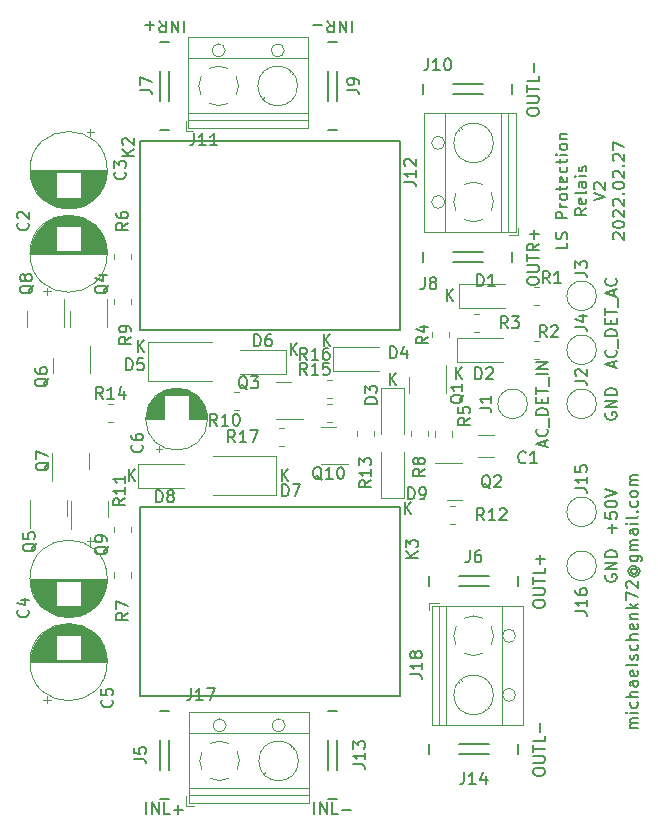
<source format=gbr>
G04 #@! TF.GenerationSoftware,KiCad,Pcbnew,(6.0.2-0)*
G04 #@! TF.CreationDate,2022-02-27T19:37:58+01:00*
G04 #@! TF.ProjectId,protection-relais,70726f74-6563-4746-996f-6e2d72656c61,rev?*
G04 #@! TF.SameCoordinates,Original*
G04 #@! TF.FileFunction,Legend,Top*
G04 #@! TF.FilePolarity,Positive*
%FSLAX46Y46*%
G04 Gerber Fmt 4.6, Leading zero omitted, Abs format (unit mm)*
G04 Created by KiCad (PCBNEW (6.0.2-0)) date 2022-02-27 19:37:58*
%MOMM*%
%LPD*%
G01*
G04 APERTURE LIST*
%ADD10C,0.150000*%
%ADD11C,0.120000*%
%ADD12C,0.200000*%
%ADD13C,0.127000*%
G04 APERTURE END LIST*
D10*
X116070095Y-98242380D02*
X116070095Y-97242380D01*
X116641523Y-98242380D02*
X116212952Y-97670952D01*
X116641523Y-97242380D02*
X116070095Y-97813809D01*
X108434380Y-123642380D02*
X108434380Y-122642380D01*
X108910571Y-123642380D02*
X108910571Y-122642380D01*
X109482000Y-123642380D01*
X109482000Y-122642380D01*
X110434380Y-123642380D02*
X109958190Y-123642380D01*
X109958190Y-122642380D01*
X110767714Y-123261428D02*
X111529619Y-123261428D01*
X126960380Y-120133809D02*
X126960380Y-119943333D01*
X127008000Y-119848095D01*
X127103238Y-119752857D01*
X127293714Y-119705238D01*
X127627047Y-119705238D01*
X127817523Y-119752857D01*
X127912761Y-119848095D01*
X127960380Y-119943333D01*
X127960380Y-120133809D01*
X127912761Y-120229047D01*
X127817523Y-120324285D01*
X127627047Y-120371904D01*
X127293714Y-120371904D01*
X127103238Y-120324285D01*
X127008000Y-120229047D01*
X126960380Y-120133809D01*
X126960380Y-119276666D02*
X127769904Y-119276666D01*
X127865142Y-119229047D01*
X127912761Y-119181428D01*
X127960380Y-119086190D01*
X127960380Y-118895714D01*
X127912761Y-118800476D01*
X127865142Y-118752857D01*
X127769904Y-118705238D01*
X126960380Y-118705238D01*
X126960380Y-118371904D02*
X126960380Y-117800476D01*
X127960380Y-118086190D02*
X126960380Y-118086190D01*
X127960380Y-116990952D02*
X127960380Y-117467142D01*
X126960380Y-117467142D01*
X127579428Y-116657619D02*
X127579428Y-115895714D01*
X126452380Y-64253809D02*
X126452380Y-64063333D01*
X126500000Y-63968095D01*
X126595238Y-63872857D01*
X126785714Y-63825238D01*
X127119047Y-63825238D01*
X127309523Y-63872857D01*
X127404761Y-63968095D01*
X127452380Y-64063333D01*
X127452380Y-64253809D01*
X127404761Y-64349047D01*
X127309523Y-64444285D01*
X127119047Y-64491904D01*
X126785714Y-64491904D01*
X126595238Y-64444285D01*
X126500000Y-64349047D01*
X126452380Y-64253809D01*
X126452380Y-63396666D02*
X127261904Y-63396666D01*
X127357142Y-63349047D01*
X127404761Y-63301428D01*
X127452380Y-63206190D01*
X127452380Y-63015714D01*
X127404761Y-62920476D01*
X127357142Y-62872857D01*
X127261904Y-62825238D01*
X126452380Y-62825238D01*
X126452380Y-62491904D02*
X126452380Y-61920476D01*
X127452380Y-62206190D02*
X126452380Y-62206190D01*
X127452380Y-61110952D02*
X127452380Y-61587142D01*
X126452380Y-61587142D01*
X127071428Y-60777619D02*
X127071428Y-60015714D01*
X133675428Y-99805904D02*
X133675428Y-99044000D01*
X134056380Y-99424952D02*
X133294476Y-99424952D01*
X133056380Y-98091619D02*
X133056380Y-98567809D01*
X133532571Y-98615428D01*
X133484952Y-98567809D01*
X133437333Y-98472571D01*
X133437333Y-98234476D01*
X133484952Y-98139238D01*
X133532571Y-98091619D01*
X133627809Y-98044000D01*
X133865904Y-98044000D01*
X133961142Y-98091619D01*
X134008761Y-98139238D01*
X134056380Y-98234476D01*
X134056380Y-98472571D01*
X134008761Y-98567809D01*
X133961142Y-98615428D01*
X133056380Y-97424952D02*
X133056380Y-97329714D01*
X133104000Y-97234476D01*
X133151619Y-97186857D01*
X133246857Y-97139238D01*
X133437333Y-97091619D01*
X133675428Y-97091619D01*
X133865904Y-97139238D01*
X133961142Y-97186857D01*
X134008761Y-97234476D01*
X134056380Y-97329714D01*
X134056380Y-97424952D01*
X134008761Y-97520190D01*
X133961142Y-97567809D01*
X133865904Y-97615428D01*
X133675428Y-97663047D01*
X133437333Y-97663047D01*
X133246857Y-97615428D01*
X133151619Y-97567809D01*
X133104000Y-97520190D01*
X133056380Y-97424952D01*
X133056380Y-96805904D02*
X134056380Y-96472571D01*
X133056380Y-96139238D01*
X127928666Y-92495238D02*
X127928666Y-92019047D01*
X128214380Y-92590476D02*
X127214380Y-92257142D01*
X128214380Y-91923809D01*
X128119142Y-91019047D02*
X128166761Y-91066666D01*
X128214380Y-91209523D01*
X128214380Y-91304761D01*
X128166761Y-91447619D01*
X128071523Y-91542857D01*
X127976285Y-91590476D01*
X127785809Y-91638095D01*
X127642952Y-91638095D01*
X127452476Y-91590476D01*
X127357238Y-91542857D01*
X127262000Y-91447619D01*
X127214380Y-91304761D01*
X127214380Y-91209523D01*
X127262000Y-91066666D01*
X127309619Y-91019047D01*
X128309619Y-90828571D02*
X128309619Y-90066666D01*
X128214380Y-89828571D02*
X127214380Y-89828571D01*
X127214380Y-89590476D01*
X127262000Y-89447619D01*
X127357238Y-89352380D01*
X127452476Y-89304761D01*
X127642952Y-89257142D01*
X127785809Y-89257142D01*
X127976285Y-89304761D01*
X128071523Y-89352380D01*
X128166761Y-89447619D01*
X128214380Y-89590476D01*
X128214380Y-89828571D01*
X127690571Y-88828571D02*
X127690571Y-88495238D01*
X128214380Y-88352380D02*
X128214380Y-88828571D01*
X127214380Y-88828571D01*
X127214380Y-88352380D01*
X127214380Y-88066666D02*
X127214380Y-87495238D01*
X128214380Y-87780952D02*
X127214380Y-87780952D01*
X128309619Y-87400000D02*
X128309619Y-86638095D01*
X128214380Y-86400000D02*
X127214380Y-86400000D01*
X128214380Y-85923809D02*
X127214380Y-85923809D01*
X128214380Y-85352380D01*
X127214380Y-85352380D01*
X126452380Y-78573047D02*
X126452380Y-78382571D01*
X126500000Y-78287333D01*
X126595238Y-78192095D01*
X126785714Y-78144476D01*
X127119047Y-78144476D01*
X127309523Y-78192095D01*
X127404761Y-78287333D01*
X127452380Y-78382571D01*
X127452380Y-78573047D01*
X127404761Y-78668285D01*
X127309523Y-78763523D01*
X127119047Y-78811142D01*
X126785714Y-78811142D01*
X126595238Y-78763523D01*
X126500000Y-78668285D01*
X126452380Y-78573047D01*
X126452380Y-77715904D02*
X127261904Y-77715904D01*
X127357142Y-77668285D01*
X127404761Y-77620666D01*
X127452380Y-77525428D01*
X127452380Y-77334952D01*
X127404761Y-77239714D01*
X127357142Y-77192095D01*
X127261904Y-77144476D01*
X126452380Y-77144476D01*
X126452380Y-76811142D02*
X126452380Y-76239714D01*
X127452380Y-76525428D02*
X126452380Y-76525428D01*
X127452380Y-75334952D02*
X126976190Y-75668285D01*
X127452380Y-75906380D02*
X126452380Y-75906380D01*
X126452380Y-75525428D01*
X126500000Y-75430190D01*
X126547619Y-75382571D01*
X126642857Y-75334952D01*
X126785714Y-75334952D01*
X126880952Y-75382571D01*
X126928571Y-75430190D01*
X126976190Y-75525428D01*
X126976190Y-75906380D01*
X127071428Y-74906380D02*
X127071428Y-74144476D01*
X127452380Y-74525428D02*
X126690476Y-74525428D01*
X133104000Y-103377904D02*
X133056380Y-103473142D01*
X133056380Y-103616000D01*
X133104000Y-103758857D01*
X133199238Y-103854095D01*
X133294476Y-103901714D01*
X133484952Y-103949333D01*
X133627809Y-103949333D01*
X133818285Y-103901714D01*
X133913523Y-103854095D01*
X134008761Y-103758857D01*
X134056380Y-103616000D01*
X134056380Y-103520761D01*
X134008761Y-103377904D01*
X133961142Y-103330285D01*
X133627809Y-103330285D01*
X133627809Y-103520761D01*
X134056380Y-102901714D02*
X133056380Y-102901714D01*
X134056380Y-102330285D01*
X133056380Y-102330285D01*
X134056380Y-101854095D02*
X133056380Y-101854095D01*
X133056380Y-101616000D01*
X133104000Y-101473142D01*
X133199238Y-101377904D01*
X133294476Y-101330285D01*
X133484952Y-101282666D01*
X133627809Y-101282666D01*
X133818285Y-101330285D01*
X133913523Y-101377904D01*
X134008761Y-101473142D01*
X134056380Y-101616000D01*
X134056380Y-101854095D01*
X111624857Y-56443619D02*
X111624857Y-57443619D01*
X111148666Y-56443619D02*
X111148666Y-57443619D01*
X110577238Y-56443619D01*
X110577238Y-57443619D01*
X109529619Y-56443619D02*
X109862952Y-56919809D01*
X110101047Y-56443619D02*
X110101047Y-57443619D01*
X109720095Y-57443619D01*
X109624857Y-57396000D01*
X109577238Y-57348380D01*
X109529619Y-57253142D01*
X109529619Y-57110285D01*
X109577238Y-57015047D01*
X109624857Y-56967428D01*
X109720095Y-56919809D01*
X110101047Y-56919809D01*
X109101047Y-56824571D02*
X108339142Y-56824571D01*
X109212095Y-84018380D02*
X109212095Y-83018380D01*
X109783523Y-84018380D02*
X109354952Y-83446952D01*
X109783523Y-83018380D02*
X109212095Y-83589809D01*
X92702095Y-95448380D02*
X92702095Y-94448380D01*
X93273523Y-95448380D02*
X92844952Y-94876952D01*
X93273523Y-94448380D02*
X92702095Y-95019809D01*
X133770666Y-85803904D02*
X133770666Y-85327714D01*
X134056380Y-85899142D02*
X133056380Y-85565809D01*
X134056380Y-85232476D01*
X133961142Y-84327714D02*
X134008761Y-84375333D01*
X134056380Y-84518190D01*
X134056380Y-84613428D01*
X134008761Y-84756285D01*
X133913523Y-84851523D01*
X133818285Y-84899142D01*
X133627809Y-84946761D01*
X133484952Y-84946761D01*
X133294476Y-84899142D01*
X133199238Y-84851523D01*
X133104000Y-84756285D01*
X133056380Y-84613428D01*
X133056380Y-84518190D01*
X133104000Y-84375333D01*
X133151619Y-84327714D01*
X134151619Y-84137238D02*
X134151619Y-83375333D01*
X134056380Y-83137238D02*
X133056380Y-83137238D01*
X133056380Y-82899142D01*
X133104000Y-82756285D01*
X133199238Y-82661047D01*
X133294476Y-82613428D01*
X133484952Y-82565809D01*
X133627809Y-82565809D01*
X133818285Y-82613428D01*
X133913523Y-82661047D01*
X134008761Y-82756285D01*
X134056380Y-82899142D01*
X134056380Y-83137238D01*
X133532571Y-82137238D02*
X133532571Y-81803904D01*
X134056380Y-81661047D02*
X134056380Y-82137238D01*
X133056380Y-82137238D01*
X133056380Y-81661047D01*
X133056380Y-81375333D02*
X133056380Y-80803904D01*
X134056380Y-81089619D02*
X133056380Y-81089619D01*
X134151619Y-80708666D02*
X134151619Y-79946761D01*
X133770666Y-79756285D02*
X133770666Y-79280095D01*
X134056380Y-79851523D02*
X133056380Y-79518190D01*
X134056380Y-79184857D01*
X133961142Y-78280095D02*
X134008761Y-78327714D01*
X134056380Y-78470571D01*
X134056380Y-78565809D01*
X134008761Y-78708666D01*
X133913523Y-78803904D01*
X133818285Y-78851523D01*
X133627809Y-78899142D01*
X133484952Y-78899142D01*
X133294476Y-78851523D01*
X133199238Y-78803904D01*
X133104000Y-78708666D01*
X133056380Y-78565809D01*
X133056380Y-78470571D01*
X133104000Y-78327714D01*
X133151619Y-78280095D01*
X129863380Y-75246952D02*
X129863380Y-75723142D01*
X128863380Y-75723142D01*
X129815761Y-74961238D02*
X129863380Y-74818380D01*
X129863380Y-74580285D01*
X129815761Y-74485047D01*
X129768142Y-74437428D01*
X129672904Y-74389809D01*
X129577666Y-74389809D01*
X129482428Y-74437428D01*
X129434809Y-74485047D01*
X129387190Y-74580285D01*
X129339571Y-74770761D01*
X129291952Y-74866000D01*
X129244333Y-74913619D01*
X129149095Y-74961238D01*
X129053857Y-74961238D01*
X128958619Y-74913619D01*
X128911000Y-74866000D01*
X128863380Y-74770761D01*
X128863380Y-74532666D01*
X128911000Y-74389809D01*
X129863380Y-73199333D02*
X128863380Y-73199333D01*
X128863380Y-72818380D01*
X128911000Y-72723142D01*
X128958619Y-72675523D01*
X129053857Y-72627904D01*
X129196714Y-72627904D01*
X129291952Y-72675523D01*
X129339571Y-72723142D01*
X129387190Y-72818380D01*
X129387190Y-73199333D01*
X129863380Y-72199333D02*
X129196714Y-72199333D01*
X129387190Y-72199333D02*
X129291952Y-72151714D01*
X129244333Y-72104095D01*
X129196714Y-72008857D01*
X129196714Y-71913619D01*
X129863380Y-71437428D02*
X129815761Y-71532666D01*
X129768142Y-71580285D01*
X129672904Y-71627904D01*
X129387190Y-71627904D01*
X129291952Y-71580285D01*
X129244333Y-71532666D01*
X129196714Y-71437428D01*
X129196714Y-71294571D01*
X129244333Y-71199333D01*
X129291952Y-71151714D01*
X129387190Y-71104095D01*
X129672904Y-71104095D01*
X129768142Y-71151714D01*
X129815761Y-71199333D01*
X129863380Y-71294571D01*
X129863380Y-71437428D01*
X129196714Y-70818380D02*
X129196714Y-70437428D01*
X128863380Y-70675523D02*
X129720523Y-70675523D01*
X129815761Y-70627904D01*
X129863380Y-70532666D01*
X129863380Y-70437428D01*
X129815761Y-69723142D02*
X129863380Y-69818380D01*
X129863380Y-70008857D01*
X129815761Y-70104095D01*
X129720523Y-70151714D01*
X129339571Y-70151714D01*
X129244333Y-70104095D01*
X129196714Y-70008857D01*
X129196714Y-69818380D01*
X129244333Y-69723142D01*
X129339571Y-69675523D01*
X129434809Y-69675523D01*
X129530047Y-70151714D01*
X129815761Y-68818380D02*
X129863380Y-68913619D01*
X129863380Y-69104095D01*
X129815761Y-69199333D01*
X129768142Y-69246952D01*
X129672904Y-69294571D01*
X129387190Y-69294571D01*
X129291952Y-69246952D01*
X129244333Y-69199333D01*
X129196714Y-69104095D01*
X129196714Y-68913619D01*
X129244333Y-68818380D01*
X129196714Y-68532666D02*
X129196714Y-68151714D01*
X128863380Y-68389809D02*
X129720523Y-68389809D01*
X129815761Y-68342190D01*
X129863380Y-68246952D01*
X129863380Y-68151714D01*
X129863380Y-67818380D02*
X129196714Y-67818380D01*
X128863380Y-67818380D02*
X128911000Y-67866000D01*
X128958619Y-67818380D01*
X128911000Y-67770761D01*
X128863380Y-67818380D01*
X128958619Y-67818380D01*
X129863380Y-67199333D02*
X129815761Y-67294571D01*
X129768142Y-67342190D01*
X129672904Y-67389809D01*
X129387190Y-67389809D01*
X129291952Y-67342190D01*
X129244333Y-67294571D01*
X129196714Y-67199333D01*
X129196714Y-67056476D01*
X129244333Y-66961238D01*
X129291952Y-66913619D01*
X129387190Y-66866000D01*
X129672904Y-66866000D01*
X129768142Y-66913619D01*
X129815761Y-66961238D01*
X129863380Y-67056476D01*
X129863380Y-67199333D01*
X129196714Y-66437428D02*
X129863380Y-66437428D01*
X129291952Y-66437428D02*
X129244333Y-66389809D01*
X129196714Y-66294571D01*
X129196714Y-66151714D01*
X129244333Y-66056476D01*
X129339571Y-66008857D01*
X129863380Y-66008857D01*
X131473380Y-72342190D02*
X130997190Y-72675523D01*
X131473380Y-72913619D02*
X130473380Y-72913619D01*
X130473380Y-72532666D01*
X130521000Y-72437428D01*
X130568619Y-72389809D01*
X130663857Y-72342190D01*
X130806714Y-72342190D01*
X130901952Y-72389809D01*
X130949571Y-72437428D01*
X130997190Y-72532666D01*
X130997190Y-72913619D01*
X131425761Y-71532666D02*
X131473380Y-71627904D01*
X131473380Y-71818380D01*
X131425761Y-71913619D01*
X131330523Y-71961238D01*
X130949571Y-71961238D01*
X130854333Y-71913619D01*
X130806714Y-71818380D01*
X130806714Y-71627904D01*
X130854333Y-71532666D01*
X130949571Y-71485047D01*
X131044809Y-71485047D01*
X131140047Y-71961238D01*
X131473380Y-70913619D02*
X131425761Y-71008857D01*
X131330523Y-71056476D01*
X130473380Y-71056476D01*
X131473380Y-70104095D02*
X130949571Y-70104095D01*
X130854333Y-70151714D01*
X130806714Y-70246952D01*
X130806714Y-70437428D01*
X130854333Y-70532666D01*
X131425761Y-70104095D02*
X131473380Y-70199333D01*
X131473380Y-70437428D01*
X131425761Y-70532666D01*
X131330523Y-70580285D01*
X131235285Y-70580285D01*
X131140047Y-70532666D01*
X131092428Y-70437428D01*
X131092428Y-70199333D01*
X131044809Y-70104095D01*
X131473380Y-69627904D02*
X130806714Y-69627904D01*
X130473380Y-69627904D02*
X130521000Y-69675523D01*
X130568619Y-69627904D01*
X130521000Y-69580285D01*
X130473380Y-69627904D01*
X130568619Y-69627904D01*
X131425761Y-69199333D02*
X131473380Y-69104095D01*
X131473380Y-68913619D01*
X131425761Y-68818380D01*
X131330523Y-68770761D01*
X131282904Y-68770761D01*
X131187666Y-68818380D01*
X131140047Y-68913619D01*
X131140047Y-69056476D01*
X131092428Y-69151714D01*
X130997190Y-69199333D01*
X130949571Y-69199333D01*
X130854333Y-69151714D01*
X130806714Y-69056476D01*
X130806714Y-68913619D01*
X130854333Y-68818380D01*
X132083380Y-71675523D02*
X133083380Y-71342190D01*
X132083380Y-71008857D01*
X132178619Y-70723142D02*
X132131000Y-70675523D01*
X132083380Y-70580285D01*
X132083380Y-70342190D01*
X132131000Y-70246952D01*
X132178619Y-70199333D01*
X132273857Y-70151714D01*
X132369095Y-70151714D01*
X132511952Y-70199333D01*
X133083380Y-70770761D01*
X133083380Y-70151714D01*
X133788619Y-74961238D02*
X133741000Y-74913619D01*
X133693380Y-74818380D01*
X133693380Y-74580285D01*
X133741000Y-74485047D01*
X133788619Y-74437428D01*
X133883857Y-74389809D01*
X133979095Y-74389809D01*
X134121952Y-74437428D01*
X134693380Y-75008857D01*
X134693380Y-74389809D01*
X133693380Y-73770761D02*
X133693380Y-73675523D01*
X133741000Y-73580285D01*
X133788619Y-73532666D01*
X133883857Y-73485047D01*
X134074333Y-73437428D01*
X134312428Y-73437428D01*
X134502904Y-73485047D01*
X134598142Y-73532666D01*
X134645761Y-73580285D01*
X134693380Y-73675523D01*
X134693380Y-73770761D01*
X134645761Y-73866000D01*
X134598142Y-73913619D01*
X134502904Y-73961238D01*
X134312428Y-74008857D01*
X134074333Y-74008857D01*
X133883857Y-73961238D01*
X133788619Y-73913619D01*
X133741000Y-73866000D01*
X133693380Y-73770761D01*
X133788619Y-73056476D02*
X133741000Y-73008857D01*
X133693380Y-72913619D01*
X133693380Y-72675523D01*
X133741000Y-72580285D01*
X133788619Y-72532666D01*
X133883857Y-72485047D01*
X133979095Y-72485047D01*
X134121952Y-72532666D01*
X134693380Y-73104095D01*
X134693380Y-72485047D01*
X133788619Y-72104095D02*
X133741000Y-72056476D01*
X133693380Y-71961238D01*
X133693380Y-71723142D01*
X133741000Y-71627904D01*
X133788619Y-71580285D01*
X133883857Y-71532666D01*
X133979095Y-71532666D01*
X134121952Y-71580285D01*
X134693380Y-72151714D01*
X134693380Y-71532666D01*
X134598142Y-71104095D02*
X134645761Y-71056476D01*
X134693380Y-71104095D01*
X134645761Y-71151714D01*
X134598142Y-71104095D01*
X134693380Y-71104095D01*
X133693380Y-70437428D02*
X133693380Y-70342190D01*
X133741000Y-70246952D01*
X133788619Y-70199333D01*
X133883857Y-70151714D01*
X134074333Y-70104095D01*
X134312428Y-70104095D01*
X134502904Y-70151714D01*
X134598142Y-70199333D01*
X134645761Y-70246952D01*
X134693380Y-70342190D01*
X134693380Y-70437428D01*
X134645761Y-70532666D01*
X134598142Y-70580285D01*
X134502904Y-70627904D01*
X134312428Y-70675523D01*
X134074333Y-70675523D01*
X133883857Y-70627904D01*
X133788619Y-70580285D01*
X133741000Y-70532666D01*
X133693380Y-70437428D01*
X133788619Y-69723142D02*
X133741000Y-69675523D01*
X133693380Y-69580285D01*
X133693380Y-69342190D01*
X133741000Y-69246952D01*
X133788619Y-69199333D01*
X133883857Y-69151714D01*
X133979095Y-69151714D01*
X134121952Y-69199333D01*
X134693380Y-69770761D01*
X134693380Y-69151714D01*
X134598142Y-68723142D02*
X134645761Y-68675523D01*
X134693380Y-68723142D01*
X134645761Y-68770761D01*
X134598142Y-68723142D01*
X134693380Y-68723142D01*
X133788619Y-68294571D02*
X133741000Y-68246952D01*
X133693380Y-68151714D01*
X133693380Y-67913619D01*
X133741000Y-67818380D01*
X133788619Y-67770761D01*
X133883857Y-67723142D01*
X133979095Y-67723142D01*
X134121952Y-67770761D01*
X134693380Y-68342190D01*
X134693380Y-67723142D01*
X133693380Y-67389809D02*
X133693380Y-66723142D01*
X134693380Y-67151714D01*
X120388095Y-86812380D02*
X120388095Y-85812380D01*
X120959523Y-86812380D02*
X120530952Y-86240952D01*
X120959523Y-85812380D02*
X120388095Y-86383809D01*
X135834380Y-116378285D02*
X135167714Y-116378285D01*
X135262952Y-116378285D02*
X135215333Y-116330666D01*
X135167714Y-116235428D01*
X135167714Y-116092571D01*
X135215333Y-115997333D01*
X135310571Y-115949714D01*
X135834380Y-115949714D01*
X135310571Y-115949714D02*
X135215333Y-115902095D01*
X135167714Y-115806857D01*
X135167714Y-115664000D01*
X135215333Y-115568761D01*
X135310571Y-115521142D01*
X135834380Y-115521142D01*
X135834380Y-115044952D02*
X135167714Y-115044952D01*
X134834380Y-115044952D02*
X134882000Y-115092571D01*
X134929619Y-115044952D01*
X134882000Y-114997333D01*
X134834380Y-115044952D01*
X134929619Y-115044952D01*
X135786761Y-114140190D02*
X135834380Y-114235428D01*
X135834380Y-114425904D01*
X135786761Y-114521142D01*
X135739142Y-114568761D01*
X135643904Y-114616380D01*
X135358190Y-114616380D01*
X135262952Y-114568761D01*
X135215333Y-114521142D01*
X135167714Y-114425904D01*
X135167714Y-114235428D01*
X135215333Y-114140190D01*
X135834380Y-113711619D02*
X134834380Y-113711619D01*
X135834380Y-113283047D02*
X135310571Y-113283047D01*
X135215333Y-113330666D01*
X135167714Y-113425904D01*
X135167714Y-113568761D01*
X135215333Y-113664000D01*
X135262952Y-113711619D01*
X135834380Y-112378285D02*
X135310571Y-112378285D01*
X135215333Y-112425904D01*
X135167714Y-112521142D01*
X135167714Y-112711619D01*
X135215333Y-112806857D01*
X135786761Y-112378285D02*
X135834380Y-112473523D01*
X135834380Y-112711619D01*
X135786761Y-112806857D01*
X135691523Y-112854476D01*
X135596285Y-112854476D01*
X135501047Y-112806857D01*
X135453428Y-112711619D01*
X135453428Y-112473523D01*
X135405809Y-112378285D01*
X135786761Y-111521142D02*
X135834380Y-111616380D01*
X135834380Y-111806857D01*
X135786761Y-111902095D01*
X135691523Y-111949714D01*
X135310571Y-111949714D01*
X135215333Y-111902095D01*
X135167714Y-111806857D01*
X135167714Y-111616380D01*
X135215333Y-111521142D01*
X135310571Y-111473523D01*
X135405809Y-111473523D01*
X135501047Y-111949714D01*
X135834380Y-110902095D02*
X135786761Y-110997333D01*
X135691523Y-111044952D01*
X134834380Y-111044952D01*
X135786761Y-110568761D02*
X135834380Y-110473523D01*
X135834380Y-110283047D01*
X135786761Y-110187809D01*
X135691523Y-110140190D01*
X135643904Y-110140190D01*
X135548666Y-110187809D01*
X135501047Y-110283047D01*
X135501047Y-110425904D01*
X135453428Y-110521142D01*
X135358190Y-110568761D01*
X135310571Y-110568761D01*
X135215333Y-110521142D01*
X135167714Y-110425904D01*
X135167714Y-110283047D01*
X135215333Y-110187809D01*
X135786761Y-109283047D02*
X135834380Y-109378285D01*
X135834380Y-109568761D01*
X135786761Y-109664000D01*
X135739142Y-109711619D01*
X135643904Y-109759238D01*
X135358190Y-109759238D01*
X135262952Y-109711619D01*
X135215333Y-109664000D01*
X135167714Y-109568761D01*
X135167714Y-109378285D01*
X135215333Y-109283047D01*
X135834380Y-108854476D02*
X134834380Y-108854476D01*
X135834380Y-108425904D02*
X135310571Y-108425904D01*
X135215333Y-108473523D01*
X135167714Y-108568761D01*
X135167714Y-108711619D01*
X135215333Y-108806857D01*
X135262952Y-108854476D01*
X135786761Y-107568761D02*
X135834380Y-107664000D01*
X135834380Y-107854476D01*
X135786761Y-107949714D01*
X135691523Y-107997333D01*
X135310571Y-107997333D01*
X135215333Y-107949714D01*
X135167714Y-107854476D01*
X135167714Y-107664000D01*
X135215333Y-107568761D01*
X135310571Y-107521142D01*
X135405809Y-107521142D01*
X135501047Y-107997333D01*
X135167714Y-107092571D02*
X135834380Y-107092571D01*
X135262952Y-107092571D02*
X135215333Y-107044952D01*
X135167714Y-106949714D01*
X135167714Y-106806857D01*
X135215333Y-106711619D01*
X135310571Y-106664000D01*
X135834380Y-106664000D01*
X135834380Y-106187809D02*
X134834380Y-106187809D01*
X135453428Y-106092571D02*
X135834380Y-105806857D01*
X135167714Y-105806857D02*
X135548666Y-106187809D01*
X134834380Y-105473523D02*
X134834380Y-104806857D01*
X135834380Y-105235428D01*
X134929619Y-104473523D02*
X134882000Y-104425904D01*
X134834380Y-104330666D01*
X134834380Y-104092571D01*
X134882000Y-103997333D01*
X134929619Y-103949714D01*
X135024857Y-103902095D01*
X135120095Y-103902095D01*
X135262952Y-103949714D01*
X135834380Y-104521142D01*
X135834380Y-103902095D01*
X135358190Y-102854476D02*
X135310571Y-102902095D01*
X135262952Y-102997333D01*
X135262952Y-103092571D01*
X135310571Y-103187809D01*
X135358190Y-103235428D01*
X135453428Y-103283047D01*
X135548666Y-103283047D01*
X135643904Y-103235428D01*
X135691523Y-103187809D01*
X135739142Y-103092571D01*
X135739142Y-102997333D01*
X135691523Y-102902095D01*
X135643904Y-102854476D01*
X135262952Y-102854476D02*
X135643904Y-102854476D01*
X135691523Y-102806857D01*
X135691523Y-102759238D01*
X135643904Y-102664000D01*
X135548666Y-102616380D01*
X135310571Y-102616380D01*
X135167714Y-102711619D01*
X135072476Y-102854476D01*
X135024857Y-103044952D01*
X135072476Y-103235428D01*
X135167714Y-103378285D01*
X135310571Y-103473523D01*
X135501047Y-103521142D01*
X135691523Y-103473523D01*
X135834380Y-103378285D01*
X135929619Y-103235428D01*
X135977238Y-103044952D01*
X135929619Y-102854476D01*
X135834380Y-102711619D01*
X135167714Y-101759238D02*
X135977238Y-101759238D01*
X136072476Y-101806857D01*
X136120095Y-101854476D01*
X136167714Y-101949714D01*
X136167714Y-102092571D01*
X136120095Y-102187809D01*
X135786761Y-101759238D02*
X135834380Y-101854476D01*
X135834380Y-102044952D01*
X135786761Y-102140190D01*
X135739142Y-102187809D01*
X135643904Y-102235428D01*
X135358190Y-102235428D01*
X135262952Y-102187809D01*
X135215333Y-102140190D01*
X135167714Y-102044952D01*
X135167714Y-101854476D01*
X135215333Y-101759238D01*
X135834380Y-101283047D02*
X135167714Y-101283047D01*
X135262952Y-101283047D02*
X135215333Y-101235428D01*
X135167714Y-101140190D01*
X135167714Y-100997333D01*
X135215333Y-100902095D01*
X135310571Y-100854476D01*
X135834380Y-100854476D01*
X135310571Y-100854476D02*
X135215333Y-100806857D01*
X135167714Y-100711619D01*
X135167714Y-100568761D01*
X135215333Y-100473523D01*
X135310571Y-100425904D01*
X135834380Y-100425904D01*
X135834380Y-99521142D02*
X135310571Y-99521142D01*
X135215333Y-99568761D01*
X135167714Y-99664000D01*
X135167714Y-99854476D01*
X135215333Y-99949714D01*
X135786761Y-99521142D02*
X135834380Y-99616380D01*
X135834380Y-99854476D01*
X135786761Y-99949714D01*
X135691523Y-99997333D01*
X135596285Y-99997333D01*
X135501047Y-99949714D01*
X135453428Y-99854476D01*
X135453428Y-99616380D01*
X135405809Y-99521142D01*
X135834380Y-99044952D02*
X135167714Y-99044952D01*
X134834380Y-99044952D02*
X134882000Y-99092571D01*
X134929619Y-99044952D01*
X134882000Y-98997333D01*
X134834380Y-99044952D01*
X134929619Y-99044952D01*
X135834380Y-98425904D02*
X135786761Y-98521142D01*
X135691523Y-98568761D01*
X134834380Y-98568761D01*
X135739142Y-98044952D02*
X135786761Y-97997333D01*
X135834380Y-98044952D01*
X135786761Y-98092571D01*
X135739142Y-98044952D01*
X135834380Y-98044952D01*
X135786761Y-97140190D02*
X135834380Y-97235428D01*
X135834380Y-97425904D01*
X135786761Y-97521142D01*
X135739142Y-97568761D01*
X135643904Y-97616380D01*
X135358190Y-97616380D01*
X135262952Y-97568761D01*
X135215333Y-97521142D01*
X135167714Y-97425904D01*
X135167714Y-97235428D01*
X135215333Y-97140190D01*
X135834380Y-96568761D02*
X135786761Y-96664000D01*
X135739142Y-96711619D01*
X135643904Y-96759238D01*
X135358190Y-96759238D01*
X135262952Y-96711619D01*
X135215333Y-96664000D01*
X135167714Y-96568761D01*
X135167714Y-96425904D01*
X135215333Y-96330666D01*
X135262952Y-96283047D01*
X135358190Y-96235428D01*
X135643904Y-96235428D01*
X135739142Y-96283047D01*
X135786761Y-96330666D01*
X135834380Y-96425904D01*
X135834380Y-96568761D01*
X135834380Y-95806857D02*
X135167714Y-95806857D01*
X135262952Y-95806857D02*
X135215333Y-95759238D01*
X135167714Y-95664000D01*
X135167714Y-95521142D01*
X135215333Y-95425904D01*
X135310571Y-95378285D01*
X135834380Y-95378285D01*
X135310571Y-95378285D02*
X135215333Y-95330666D01*
X135167714Y-95235428D01*
X135167714Y-95092571D01*
X135215333Y-94997333D01*
X135310571Y-94949714D01*
X135834380Y-94949714D01*
X97400857Y-56443619D02*
X97400857Y-57443619D01*
X96924666Y-56443619D02*
X96924666Y-57443619D01*
X96353238Y-56443619D01*
X96353238Y-57443619D01*
X95305619Y-56443619D02*
X95638952Y-56919809D01*
X95877047Y-56443619D02*
X95877047Y-57443619D01*
X95496095Y-57443619D01*
X95400857Y-57396000D01*
X95353238Y-57348380D01*
X95305619Y-57253142D01*
X95305619Y-57110285D01*
X95353238Y-57015047D01*
X95400857Y-56967428D01*
X95496095Y-56919809D01*
X95877047Y-56919809D01*
X94877047Y-56824571D02*
X94115142Y-56824571D01*
X94496095Y-56443619D02*
X94496095Y-57205523D01*
X133104000Y-89661904D02*
X133056380Y-89757142D01*
X133056380Y-89900000D01*
X133104000Y-90042857D01*
X133199238Y-90138095D01*
X133294476Y-90185714D01*
X133484952Y-90233333D01*
X133627809Y-90233333D01*
X133818285Y-90185714D01*
X133913523Y-90138095D01*
X134008761Y-90042857D01*
X134056380Y-89900000D01*
X134056380Y-89804761D01*
X134008761Y-89661904D01*
X133961142Y-89614285D01*
X133627809Y-89614285D01*
X133627809Y-89804761D01*
X134056380Y-89185714D02*
X133056380Y-89185714D01*
X134056380Y-88614285D01*
X133056380Y-88614285D01*
X134056380Y-88138095D02*
X133056380Y-88138095D01*
X133056380Y-87900000D01*
X133104000Y-87757142D01*
X133199238Y-87661904D01*
X133294476Y-87614285D01*
X133484952Y-87566666D01*
X133627809Y-87566666D01*
X133818285Y-87614285D01*
X133913523Y-87661904D01*
X134008761Y-87757142D01*
X134056380Y-87900000D01*
X134056380Y-88138095D01*
X94210380Y-123642380D02*
X94210380Y-122642380D01*
X94686571Y-123642380D02*
X94686571Y-122642380D01*
X95258000Y-123642380D01*
X95258000Y-122642380D01*
X96210380Y-123642380D02*
X95734190Y-123642380D01*
X95734190Y-122642380D01*
X96543714Y-123261428D02*
X97305619Y-123261428D01*
X96924666Y-123642380D02*
X96924666Y-122880476D01*
X105656095Y-95448380D02*
X105656095Y-94448380D01*
X106227523Y-95448380D02*
X105798952Y-94876952D01*
X106227523Y-94448380D02*
X105656095Y-95019809D01*
X106418095Y-84780380D02*
X106418095Y-83780380D01*
X106989523Y-84780380D02*
X106560952Y-84208952D01*
X106989523Y-83780380D02*
X106418095Y-84351809D01*
X93464095Y-84526380D02*
X93464095Y-83526380D01*
X94035523Y-84526380D02*
X93606952Y-83954952D01*
X94035523Y-83526380D02*
X93464095Y-84097809D01*
X119626095Y-80208380D02*
X119626095Y-79208380D01*
X120197523Y-80208380D02*
X119768952Y-79636952D01*
X120197523Y-79208380D02*
X119626095Y-79779809D01*
X126960380Y-105909809D02*
X126960380Y-105719333D01*
X127008000Y-105624095D01*
X127103238Y-105528857D01*
X127293714Y-105481238D01*
X127627047Y-105481238D01*
X127817523Y-105528857D01*
X127912761Y-105624095D01*
X127960380Y-105719333D01*
X127960380Y-105909809D01*
X127912761Y-106005047D01*
X127817523Y-106100285D01*
X127627047Y-106147904D01*
X127293714Y-106147904D01*
X127103238Y-106100285D01*
X127008000Y-106005047D01*
X126960380Y-105909809D01*
X126960380Y-105052666D02*
X127769904Y-105052666D01*
X127865142Y-105005047D01*
X127912761Y-104957428D01*
X127960380Y-104862190D01*
X127960380Y-104671714D01*
X127912761Y-104576476D01*
X127865142Y-104528857D01*
X127769904Y-104481238D01*
X126960380Y-104481238D01*
X126960380Y-104147904D02*
X126960380Y-103576476D01*
X127960380Y-103862190D02*
X126960380Y-103862190D01*
X127960380Y-102766952D02*
X127960380Y-103243142D01*
X126960380Y-103243142D01*
X127579428Y-102433619D02*
X127579428Y-101671714D01*
X127960380Y-102052666D02*
X127198476Y-102052666D01*
X114800095Y-87320380D02*
X114800095Y-86320380D01*
X115371523Y-87320380D02*
X114942952Y-86748952D01*
X115371523Y-86320380D02*
X114800095Y-86891809D01*
X101719142Y-92146380D02*
X101385809Y-91670190D01*
X101147714Y-92146380D02*
X101147714Y-91146380D01*
X101528666Y-91146380D01*
X101623904Y-91194000D01*
X101671523Y-91241619D01*
X101719142Y-91336857D01*
X101719142Y-91479714D01*
X101671523Y-91574952D01*
X101623904Y-91622571D01*
X101528666Y-91670190D01*
X101147714Y-91670190D01*
X102671523Y-92146380D02*
X102100095Y-92146380D01*
X102385809Y-92146380D02*
X102385809Y-91146380D01*
X102290571Y-91289238D01*
X102195333Y-91384476D01*
X102100095Y-91432095D01*
X103004857Y-91146380D02*
X103671523Y-91146380D01*
X103242952Y-92146380D01*
X117173925Y-101954545D02*
X116173240Y-101954545D01*
X117173925Y-101382725D02*
X116602105Y-101811590D01*
X116173240Y-101382725D02*
X116745060Y-101954545D01*
X116173240Y-101049164D02*
X116173240Y-100429692D01*
X116554454Y-100763254D01*
X116554454Y-100620299D01*
X116602105Y-100524995D01*
X116649757Y-100477344D01*
X116745060Y-100429692D01*
X116983319Y-100429692D01*
X117078622Y-100477344D01*
X117126274Y-100524995D01*
X117173925Y-100620299D01*
X117173925Y-100906209D01*
X117126274Y-101001512D01*
X117078622Y-101049164D01*
X93162690Y-67921600D02*
X92162005Y-67921600D01*
X93162690Y-67349780D02*
X92590870Y-67778645D01*
X92162005Y-67349780D02*
X92733825Y-67921600D01*
X92257309Y-66968567D02*
X92209657Y-66920915D01*
X92162005Y-66825612D01*
X92162005Y-66587354D01*
X92209657Y-66492050D01*
X92257309Y-66444399D01*
X92352612Y-66396747D01*
X92447915Y-66396747D01*
X92590870Y-66444399D01*
X93162690Y-67016219D01*
X93162690Y-66396747D01*
X116355904Y-96972380D02*
X116355904Y-95972380D01*
X116594000Y-95972380D01*
X116736857Y-96020000D01*
X116832095Y-96115238D01*
X116879714Y-96210476D01*
X116927333Y-96400952D01*
X116927333Y-96543809D01*
X116879714Y-96734285D01*
X116832095Y-96829523D01*
X116736857Y-96924761D01*
X116594000Y-96972380D01*
X116355904Y-96972380D01*
X117403523Y-96972380D02*
X117594000Y-96972380D01*
X117689238Y-96924761D01*
X117736857Y-96877142D01*
X117832095Y-96734285D01*
X117879714Y-96543809D01*
X117879714Y-96162857D01*
X117832095Y-96067619D01*
X117784476Y-96020000D01*
X117689238Y-95972380D01*
X117498761Y-95972380D01*
X117403523Y-96020000D01*
X117355904Y-96067619D01*
X117308285Y-96162857D01*
X117308285Y-96400952D01*
X117355904Y-96496190D01*
X117403523Y-96543809D01*
X117498761Y-96591428D01*
X117689238Y-96591428D01*
X117784476Y-96543809D01*
X117832095Y-96496190D01*
X117879714Y-96400952D01*
X95019904Y-97226380D02*
X95019904Y-96226380D01*
X95258000Y-96226380D01*
X95400857Y-96274000D01*
X95496095Y-96369238D01*
X95543714Y-96464476D01*
X95591333Y-96654952D01*
X95591333Y-96797809D01*
X95543714Y-96988285D01*
X95496095Y-97083523D01*
X95400857Y-97178761D01*
X95258000Y-97226380D01*
X95019904Y-97226380D01*
X96162761Y-96654952D02*
X96067523Y-96607333D01*
X96019904Y-96559714D01*
X95972285Y-96464476D01*
X95972285Y-96416857D01*
X96019904Y-96321619D01*
X96067523Y-96274000D01*
X96162761Y-96226380D01*
X96353238Y-96226380D01*
X96448476Y-96274000D01*
X96496095Y-96321619D01*
X96543714Y-96416857D01*
X96543714Y-96464476D01*
X96496095Y-96559714D01*
X96448476Y-96607333D01*
X96353238Y-96654952D01*
X96162761Y-96654952D01*
X96067523Y-96702571D01*
X96019904Y-96750190D01*
X95972285Y-96845428D01*
X95972285Y-97035904D01*
X96019904Y-97131142D01*
X96067523Y-97178761D01*
X96162761Y-97226380D01*
X96353238Y-97226380D01*
X96448476Y-97178761D01*
X96496095Y-97131142D01*
X96543714Y-97035904D01*
X96543714Y-96845428D01*
X96496095Y-96750190D01*
X96448476Y-96702571D01*
X96353238Y-96654952D01*
X92400380Y-96908857D02*
X91924190Y-97242190D01*
X92400380Y-97480285D02*
X91400380Y-97480285D01*
X91400380Y-97099333D01*
X91448000Y-97004095D01*
X91495619Y-96956476D01*
X91590857Y-96908857D01*
X91733714Y-96908857D01*
X91828952Y-96956476D01*
X91876571Y-97004095D01*
X91924190Y-97099333D01*
X91924190Y-97480285D01*
X92400380Y-95956476D02*
X92400380Y-96527904D01*
X92400380Y-96242190D02*
X91400380Y-96242190D01*
X91543238Y-96337428D01*
X91638476Y-96432666D01*
X91686095Y-96527904D01*
X92400380Y-95004095D02*
X92400380Y-95575523D01*
X92400380Y-95289809D02*
X91400380Y-95289809D01*
X91543238Y-95385047D01*
X91638476Y-95480285D01*
X91686095Y-95575523D01*
X114831904Y-85034380D02*
X114831904Y-84034380D01*
X115070000Y-84034380D01*
X115212857Y-84082000D01*
X115308095Y-84177238D01*
X115355714Y-84272476D01*
X115403333Y-84462952D01*
X115403333Y-84605809D01*
X115355714Y-84796285D01*
X115308095Y-84891523D01*
X115212857Y-84986761D01*
X115070000Y-85034380D01*
X114831904Y-85034380D01*
X116260476Y-84367714D02*
X116260476Y-85034380D01*
X116022380Y-83986761D02*
X115784285Y-84701047D01*
X116403333Y-84701047D01*
X107815142Y-85161380D02*
X107481809Y-84685190D01*
X107243714Y-85161380D02*
X107243714Y-84161380D01*
X107624666Y-84161380D01*
X107719904Y-84209000D01*
X107767523Y-84256619D01*
X107815142Y-84351857D01*
X107815142Y-84494714D01*
X107767523Y-84589952D01*
X107719904Y-84637571D01*
X107624666Y-84685190D01*
X107243714Y-84685190D01*
X108767523Y-85161380D02*
X108196095Y-85161380D01*
X108481809Y-85161380D02*
X108481809Y-84161380D01*
X108386571Y-84304238D01*
X108291333Y-84399476D01*
X108196095Y-84447095D01*
X109624666Y-84161380D02*
X109434190Y-84161380D01*
X109338952Y-84209000D01*
X109291333Y-84256619D01*
X109196095Y-84399476D01*
X109148476Y-84589952D01*
X109148476Y-84970904D01*
X109196095Y-85066142D01*
X109243714Y-85113761D01*
X109338952Y-85161380D01*
X109529428Y-85161380D01*
X109624666Y-85113761D01*
X109672285Y-85066142D01*
X109719904Y-84970904D01*
X109719904Y-84732809D01*
X109672285Y-84637571D01*
X109624666Y-84589952D01*
X109529428Y-84542333D01*
X109338952Y-84542333D01*
X109243714Y-84589952D01*
X109196095Y-84637571D01*
X109148476Y-84732809D01*
X90971619Y-78835238D02*
X90924000Y-78930476D01*
X90828761Y-79025714D01*
X90685904Y-79168571D01*
X90638285Y-79263809D01*
X90638285Y-79359047D01*
X90876380Y-79311428D02*
X90828761Y-79406666D01*
X90733523Y-79501904D01*
X90543047Y-79549523D01*
X90209714Y-79549523D01*
X90019238Y-79501904D01*
X89924000Y-79406666D01*
X89876380Y-79311428D01*
X89876380Y-79120952D01*
X89924000Y-79025714D01*
X90019238Y-78930476D01*
X90209714Y-78882857D01*
X90543047Y-78882857D01*
X90733523Y-78930476D01*
X90828761Y-79025714D01*
X90876380Y-79120952D01*
X90876380Y-79311428D01*
X90209714Y-78025714D02*
X90876380Y-78025714D01*
X89828761Y-78263809D02*
X90543047Y-78501904D01*
X90543047Y-77882857D01*
X113228380Y-95384857D02*
X112752190Y-95718190D01*
X113228380Y-95956285D02*
X112228380Y-95956285D01*
X112228380Y-95575333D01*
X112276000Y-95480095D01*
X112323619Y-95432476D01*
X112418857Y-95384857D01*
X112561714Y-95384857D01*
X112656952Y-95432476D01*
X112704571Y-95480095D01*
X112752190Y-95575333D01*
X112752190Y-95956285D01*
X113228380Y-94432476D02*
X113228380Y-95003904D01*
X113228380Y-94718190D02*
X112228380Y-94718190D01*
X112371238Y-94813428D01*
X112466476Y-94908666D01*
X112514095Y-95003904D01*
X112228380Y-94099142D02*
X112228380Y-93480095D01*
X112609333Y-93813428D01*
X112609333Y-93670571D01*
X112656952Y-93575333D01*
X112704571Y-93527714D01*
X112799809Y-93480095D01*
X113037904Y-93480095D01*
X113133142Y-93527714D01*
X113180761Y-93575333D01*
X113228380Y-93670571D01*
X113228380Y-93956285D01*
X113180761Y-94051523D01*
X113133142Y-94099142D01*
X116038380Y-70111523D02*
X116752666Y-70111523D01*
X116895523Y-70159142D01*
X116990761Y-70254380D01*
X117038380Y-70397238D01*
X117038380Y-70492476D01*
X117038380Y-69111523D02*
X117038380Y-69682952D01*
X117038380Y-69397238D02*
X116038380Y-69397238D01*
X116181238Y-69492476D01*
X116276476Y-69587714D01*
X116324095Y-69682952D01*
X116133619Y-68730571D02*
X116086000Y-68682952D01*
X116038380Y-68587714D01*
X116038380Y-68349619D01*
X116086000Y-68254380D01*
X116133619Y-68206761D01*
X116228857Y-68159142D01*
X116324095Y-68159142D01*
X116466952Y-68206761D01*
X117038380Y-68778190D01*
X117038380Y-68159142D01*
X122801142Y-98750380D02*
X122467809Y-98274190D01*
X122229714Y-98750380D02*
X122229714Y-97750380D01*
X122610666Y-97750380D01*
X122705904Y-97798000D01*
X122753523Y-97845619D01*
X122801142Y-97940857D01*
X122801142Y-98083714D01*
X122753523Y-98178952D01*
X122705904Y-98226571D01*
X122610666Y-98274190D01*
X122229714Y-98274190D01*
X123753523Y-98750380D02*
X123182095Y-98750380D01*
X123467809Y-98750380D02*
X123467809Y-97750380D01*
X123372571Y-97893238D01*
X123277333Y-97988476D01*
X123182095Y-98036095D01*
X124134476Y-97845619D02*
X124182095Y-97798000D01*
X124277333Y-97750380D01*
X124515428Y-97750380D01*
X124610666Y-97798000D01*
X124658285Y-97845619D01*
X124705904Y-97940857D01*
X124705904Y-98036095D01*
X124658285Y-98178952D01*
X124086857Y-98750380D01*
X124705904Y-98750380D01*
X117776113Y-78191471D02*
X117776113Y-78906943D01*
X117728414Y-79050037D01*
X117633018Y-79145434D01*
X117489924Y-79193132D01*
X117394527Y-79193132D01*
X118396188Y-78620754D02*
X118300792Y-78573056D01*
X118253094Y-78525358D01*
X118205396Y-78429962D01*
X118205396Y-78382263D01*
X118253094Y-78286867D01*
X118300792Y-78239169D01*
X118396188Y-78191471D01*
X118586981Y-78191471D01*
X118682377Y-78239169D01*
X118730075Y-78286867D01*
X118777774Y-78382263D01*
X118777774Y-78429962D01*
X118730075Y-78525358D01*
X118682377Y-78573056D01*
X118586981Y-78620754D01*
X118396188Y-78620754D01*
X118300792Y-78668452D01*
X118253094Y-78716150D01*
X118205396Y-78811547D01*
X118205396Y-79002339D01*
X118253094Y-79097736D01*
X118300792Y-79145434D01*
X118396188Y-79193132D01*
X118586981Y-79193132D01*
X118682377Y-79145434D01*
X118730075Y-79097736D01*
X118777774Y-79002339D01*
X118777774Y-78811547D01*
X118730075Y-78716150D01*
X118682377Y-78668452D01*
X118586981Y-78620754D01*
X128103333Y-83256380D02*
X127770000Y-82780190D01*
X127531904Y-83256380D02*
X127531904Y-82256380D01*
X127912857Y-82256380D01*
X128008095Y-82304000D01*
X128055714Y-82351619D01*
X128103333Y-82446857D01*
X128103333Y-82589714D01*
X128055714Y-82684952D01*
X128008095Y-82732571D01*
X127912857Y-82780190D01*
X127531904Y-82780190D01*
X128484285Y-82351619D02*
X128531904Y-82304000D01*
X128627142Y-82256380D01*
X128865238Y-82256380D01*
X128960476Y-82304000D01*
X129008095Y-82351619D01*
X129055714Y-82446857D01*
X129055714Y-82542095D01*
X129008095Y-82684952D01*
X128436666Y-83256380D01*
X129055714Y-83256380D01*
X85891619Y-86709238D02*
X85844000Y-86804476D01*
X85748761Y-86899714D01*
X85605904Y-87042571D01*
X85558285Y-87137809D01*
X85558285Y-87233047D01*
X85796380Y-87185428D02*
X85748761Y-87280666D01*
X85653523Y-87375904D01*
X85463047Y-87423523D01*
X85129714Y-87423523D01*
X84939238Y-87375904D01*
X84844000Y-87280666D01*
X84796380Y-87185428D01*
X84796380Y-86994952D01*
X84844000Y-86899714D01*
X84939238Y-86804476D01*
X85129714Y-86756857D01*
X85463047Y-86756857D01*
X85653523Y-86804476D01*
X85748761Y-86899714D01*
X85796380Y-86994952D01*
X85796380Y-87185428D01*
X84796380Y-85899714D02*
X84796380Y-86090190D01*
X84844000Y-86185428D01*
X84891619Y-86233047D01*
X85034476Y-86328285D01*
X85224952Y-86375904D01*
X85605904Y-86375904D01*
X85701142Y-86328285D01*
X85748761Y-86280666D01*
X85796380Y-86185428D01*
X85796380Y-85994952D01*
X85748761Y-85899714D01*
X85701142Y-85852095D01*
X85605904Y-85804476D01*
X85367809Y-85804476D01*
X85272571Y-85852095D01*
X85224952Y-85899714D01*
X85177333Y-85994952D01*
X85177333Y-86185428D01*
X85224952Y-86280666D01*
X85272571Y-86328285D01*
X85367809Y-86375904D01*
X90527142Y-88464380D02*
X90193809Y-87988190D01*
X89955714Y-88464380D02*
X89955714Y-87464380D01*
X90336666Y-87464380D01*
X90431904Y-87512000D01*
X90479523Y-87559619D01*
X90527142Y-87654857D01*
X90527142Y-87797714D01*
X90479523Y-87892952D01*
X90431904Y-87940571D01*
X90336666Y-87988190D01*
X89955714Y-87988190D01*
X91479523Y-88464380D02*
X90908095Y-88464380D01*
X91193809Y-88464380D02*
X91193809Y-87464380D01*
X91098571Y-87607238D01*
X91003333Y-87702476D01*
X90908095Y-87750095D01*
X92336666Y-87797714D02*
X92336666Y-88464380D01*
X92098571Y-87416761D02*
X91860476Y-88131047D01*
X92479523Y-88131047D01*
X92387142Y-69274666D02*
X92434761Y-69322285D01*
X92482380Y-69465142D01*
X92482380Y-69560380D01*
X92434761Y-69703238D01*
X92339523Y-69798476D01*
X92244285Y-69846095D01*
X92053809Y-69893714D01*
X91910952Y-69893714D01*
X91720476Y-69846095D01*
X91625238Y-69798476D01*
X91530000Y-69703238D01*
X91482380Y-69560380D01*
X91482380Y-69465142D01*
X91530000Y-69322285D01*
X91577619Y-69274666D01*
X91482380Y-68941333D02*
X91482380Y-68322285D01*
X91863333Y-68655619D01*
X91863333Y-68512761D01*
X91910952Y-68417523D01*
X91958571Y-68369904D01*
X92053809Y-68322285D01*
X92291904Y-68322285D01*
X92387142Y-68369904D01*
X92434761Y-68417523D01*
X92482380Y-68512761D01*
X92482380Y-68798476D01*
X92434761Y-68893714D01*
X92387142Y-68941333D01*
X130516380Y-86947333D02*
X131230666Y-86947333D01*
X131373523Y-86994952D01*
X131468761Y-87090190D01*
X131516380Y-87233047D01*
X131516380Y-87328285D01*
X130611619Y-86518761D02*
X130564000Y-86471142D01*
X130516380Y-86375904D01*
X130516380Y-86137809D01*
X130564000Y-86042571D01*
X130611619Y-85994952D01*
X130706857Y-85947333D01*
X130802095Y-85947333D01*
X130944952Y-85994952D01*
X131516380Y-86566380D01*
X131516380Y-85947333D01*
X121109131Y-120101471D02*
X121109131Y-120816943D01*
X121061433Y-120960037D01*
X120966037Y-121055434D01*
X120822942Y-121103132D01*
X120727546Y-121103132D01*
X122110792Y-121103132D02*
X121538414Y-121103132D01*
X121824603Y-121103132D02*
X121824603Y-120101471D01*
X121729207Y-120244565D01*
X121633811Y-120339962D01*
X121538414Y-120387660D01*
X122969359Y-120435358D02*
X122969359Y-121103132D01*
X122730868Y-120053773D02*
X122492377Y-120769245D01*
X123112453Y-120769245D01*
X130516380Y-82375333D02*
X131230666Y-82375333D01*
X131373523Y-82422952D01*
X131468761Y-82518190D01*
X131516380Y-82661047D01*
X131516380Y-82756285D01*
X130849714Y-81470571D02*
X131516380Y-81470571D01*
X130468761Y-81708666D02*
X131183047Y-81946761D01*
X131183047Y-81327714D01*
X122424380Y-89233333D02*
X123138666Y-89233333D01*
X123281523Y-89280952D01*
X123376761Y-89376190D01*
X123424380Y-89519047D01*
X123424380Y-89614285D01*
X123424380Y-88233333D02*
X123424380Y-88804761D01*
X123424380Y-88519047D02*
X122424380Y-88519047D01*
X122567238Y-88614285D01*
X122662476Y-88709523D01*
X122710095Y-88804761D01*
X117800380Y-94400666D02*
X117324190Y-94734000D01*
X117800380Y-94972095D02*
X116800380Y-94972095D01*
X116800380Y-94591142D01*
X116848000Y-94495904D01*
X116895619Y-94448285D01*
X116990857Y-94400666D01*
X117133714Y-94400666D01*
X117228952Y-94448285D01*
X117276571Y-94495904D01*
X117324190Y-94591142D01*
X117324190Y-94972095D01*
X117228952Y-93829238D02*
X117181333Y-93924476D01*
X117133714Y-93972095D01*
X117038476Y-94019714D01*
X116990857Y-94019714D01*
X116895619Y-93972095D01*
X116848000Y-93924476D01*
X116800380Y-93829238D01*
X116800380Y-93638761D01*
X116848000Y-93543523D01*
X116895619Y-93495904D01*
X116990857Y-93448285D01*
X117038476Y-93448285D01*
X117133714Y-93495904D01*
X117181333Y-93543523D01*
X117228952Y-93638761D01*
X117228952Y-93829238D01*
X117276571Y-93924476D01*
X117324190Y-93972095D01*
X117419428Y-94019714D01*
X117609904Y-94019714D01*
X117705142Y-93972095D01*
X117752761Y-93924476D01*
X117800380Y-93829238D01*
X117800380Y-93638761D01*
X117752761Y-93543523D01*
X117705142Y-93495904D01*
X117609904Y-93448285D01*
X117419428Y-93448285D01*
X117324190Y-93495904D01*
X117276571Y-93543523D01*
X117228952Y-93638761D01*
X98250476Y-66000380D02*
X98250476Y-66714666D01*
X98202857Y-66857523D01*
X98107619Y-66952761D01*
X97964761Y-67000380D01*
X97869523Y-67000380D01*
X99250476Y-67000380D02*
X98679047Y-67000380D01*
X98964761Y-67000380D02*
X98964761Y-66000380D01*
X98869523Y-66143238D01*
X98774285Y-66238476D01*
X98679047Y-66286095D01*
X100202857Y-67000380D02*
X99631428Y-67000380D01*
X99917142Y-67000380D02*
X99917142Y-66000380D01*
X99821904Y-66143238D01*
X99726666Y-66238476D01*
X99631428Y-66286095D01*
X130516380Y-77803333D02*
X131230666Y-77803333D01*
X131373523Y-77850952D01*
X131468761Y-77946190D01*
X131516380Y-78089047D01*
X131516380Y-78184285D01*
X130516380Y-77422380D02*
X130516380Y-76803333D01*
X130897333Y-77136666D01*
X130897333Y-76993809D01*
X130944952Y-76898571D01*
X130992571Y-76850952D01*
X131087809Y-76803333D01*
X131325904Y-76803333D01*
X131421142Y-76850952D01*
X131468761Y-76898571D01*
X131516380Y-76993809D01*
X131516380Y-77279523D01*
X131468761Y-77374761D01*
X131421142Y-77422380D01*
X130516380Y-106473523D02*
X131230666Y-106473523D01*
X131373523Y-106521142D01*
X131468761Y-106616380D01*
X131516380Y-106759238D01*
X131516380Y-106854476D01*
X131516380Y-105473523D02*
X131516380Y-106044952D01*
X131516380Y-105759238D02*
X130516380Y-105759238D01*
X130659238Y-105854476D01*
X130754476Y-105949714D01*
X130802095Y-106044952D01*
X130516380Y-104616380D02*
X130516380Y-104806857D01*
X130564000Y-104902095D01*
X130611619Y-104949714D01*
X130754476Y-105044952D01*
X130944952Y-105092571D01*
X131325904Y-105092571D01*
X131421142Y-105044952D01*
X131468761Y-104997333D01*
X131516380Y-104902095D01*
X131516380Y-104711619D01*
X131468761Y-104616380D01*
X131421142Y-104568761D01*
X131325904Y-104521142D01*
X131087809Y-104521142D01*
X130992571Y-104568761D01*
X130944952Y-104616380D01*
X130897333Y-104711619D01*
X130897333Y-104902095D01*
X130944952Y-104997333D01*
X130992571Y-105044952D01*
X131087809Y-105092571D01*
X100195142Y-90748380D02*
X99861809Y-90272190D01*
X99623714Y-90748380D02*
X99623714Y-89748380D01*
X100004666Y-89748380D01*
X100099904Y-89796000D01*
X100147523Y-89843619D01*
X100195142Y-89938857D01*
X100195142Y-90081714D01*
X100147523Y-90176952D01*
X100099904Y-90224571D01*
X100004666Y-90272190D01*
X99623714Y-90272190D01*
X101147523Y-90748380D02*
X100576095Y-90748380D01*
X100861809Y-90748380D02*
X100861809Y-89748380D01*
X100766571Y-89891238D01*
X100671333Y-89986476D01*
X100576095Y-90034095D01*
X101766571Y-89748380D02*
X101861809Y-89748380D01*
X101957047Y-89796000D01*
X102004666Y-89843619D01*
X102052285Y-89938857D01*
X102099904Y-90129333D01*
X102099904Y-90367428D01*
X102052285Y-90557904D01*
X102004666Y-90653142D01*
X101957047Y-90700761D01*
X101861809Y-90748380D01*
X101766571Y-90748380D01*
X101671333Y-90700761D01*
X101623714Y-90653142D01*
X101576095Y-90557904D01*
X101528476Y-90367428D01*
X101528476Y-90129333D01*
X101576095Y-89938857D01*
X101623714Y-89843619D01*
X101671333Y-89796000D01*
X101766571Y-89748380D01*
X116546380Y-111807523D02*
X117260666Y-111807523D01*
X117403523Y-111855142D01*
X117498761Y-111950380D01*
X117546380Y-112093238D01*
X117546380Y-112188476D01*
X117546380Y-110807523D02*
X117546380Y-111378952D01*
X117546380Y-111093238D02*
X116546380Y-111093238D01*
X116689238Y-111188476D01*
X116784476Y-111283714D01*
X116832095Y-111378952D01*
X116974952Y-110236095D02*
X116927333Y-110331333D01*
X116879714Y-110378952D01*
X116784476Y-110426571D01*
X116736857Y-110426571D01*
X116641619Y-110378952D01*
X116594000Y-110331333D01*
X116546380Y-110236095D01*
X116546380Y-110045619D01*
X116594000Y-109950380D01*
X116641619Y-109902761D01*
X116736857Y-109855142D01*
X116784476Y-109855142D01*
X116879714Y-109902761D01*
X116927333Y-109950380D01*
X116974952Y-110045619D01*
X116974952Y-110236095D01*
X117022571Y-110331333D01*
X117070190Y-110378952D01*
X117165428Y-110426571D01*
X117355904Y-110426571D01*
X117451142Y-110378952D01*
X117498761Y-110331333D01*
X117546380Y-110236095D01*
X117546380Y-110045619D01*
X117498761Y-109950380D01*
X117451142Y-109902761D01*
X117355904Y-109855142D01*
X117165428Y-109855142D01*
X117070190Y-109902761D01*
X117022571Y-109950380D01*
X116974952Y-110045619D01*
X111719471Y-119428868D02*
X112434943Y-119428868D01*
X112578037Y-119476566D01*
X112673434Y-119571962D01*
X112721132Y-119715057D01*
X112721132Y-119810453D01*
X112721132Y-118427207D02*
X112721132Y-118999585D01*
X112721132Y-118713396D02*
X111719471Y-118713396D01*
X111862565Y-118808792D01*
X111957962Y-118904188D01*
X112005660Y-118999585D01*
X111719471Y-118093320D02*
X111719471Y-117473244D01*
X112101056Y-117807131D01*
X112101056Y-117664037D01*
X112148754Y-117568640D01*
X112196452Y-117520942D01*
X112291849Y-117473244D01*
X112530339Y-117473244D01*
X112625736Y-117520942D01*
X112673434Y-117568640D01*
X112721132Y-117664037D01*
X112721132Y-117950226D01*
X112673434Y-118045622D01*
X112625736Y-118093320D01*
X84875619Y-100679238D02*
X84828000Y-100774476D01*
X84732761Y-100869714D01*
X84589904Y-101012571D01*
X84542285Y-101107809D01*
X84542285Y-101203047D01*
X84780380Y-101155428D02*
X84732761Y-101250666D01*
X84637523Y-101345904D01*
X84447047Y-101393523D01*
X84113714Y-101393523D01*
X83923238Y-101345904D01*
X83828000Y-101250666D01*
X83780380Y-101155428D01*
X83780380Y-100964952D01*
X83828000Y-100869714D01*
X83923238Y-100774476D01*
X84113714Y-100726857D01*
X84447047Y-100726857D01*
X84637523Y-100774476D01*
X84732761Y-100869714D01*
X84780380Y-100964952D01*
X84780380Y-101155428D01*
X83780380Y-99822095D02*
X83780380Y-100298285D01*
X84256571Y-100345904D01*
X84208952Y-100298285D01*
X84161333Y-100203047D01*
X84161333Y-99964952D01*
X84208952Y-99869714D01*
X84256571Y-99822095D01*
X84351809Y-99774476D01*
X84589904Y-99774476D01*
X84685142Y-99822095D01*
X84732761Y-99869714D01*
X84780380Y-99964952D01*
X84780380Y-100203047D01*
X84732761Y-100298285D01*
X84685142Y-100345904D01*
X102774761Y-87669619D02*
X102679523Y-87622000D01*
X102584285Y-87526761D01*
X102441428Y-87383904D01*
X102346190Y-87336285D01*
X102250952Y-87336285D01*
X102298571Y-87574380D02*
X102203333Y-87526761D01*
X102108095Y-87431523D01*
X102060476Y-87241047D01*
X102060476Y-86907714D01*
X102108095Y-86717238D01*
X102203333Y-86622000D01*
X102298571Y-86574380D01*
X102489047Y-86574380D01*
X102584285Y-86622000D01*
X102679523Y-86717238D01*
X102727142Y-86907714D01*
X102727142Y-87241047D01*
X102679523Y-87431523D01*
X102584285Y-87526761D01*
X102489047Y-87574380D01*
X102298571Y-87574380D01*
X103060476Y-86574380D02*
X103679523Y-86574380D01*
X103346190Y-86955333D01*
X103489047Y-86955333D01*
X103584285Y-87002952D01*
X103631904Y-87050571D01*
X103679523Y-87145809D01*
X103679523Y-87383904D01*
X103631904Y-87479142D01*
X103584285Y-87526761D01*
X103489047Y-87574380D01*
X103203333Y-87574380D01*
X103108095Y-87526761D01*
X103060476Y-87479142D01*
X121070619Y-88106238D02*
X121023000Y-88201476D01*
X120927761Y-88296714D01*
X120784904Y-88439571D01*
X120737285Y-88534809D01*
X120737285Y-88630047D01*
X120975380Y-88582428D02*
X120927761Y-88677666D01*
X120832523Y-88772904D01*
X120642047Y-88820523D01*
X120308714Y-88820523D01*
X120118238Y-88772904D01*
X120023000Y-88677666D01*
X119975380Y-88582428D01*
X119975380Y-88391952D01*
X120023000Y-88296714D01*
X120118238Y-88201476D01*
X120308714Y-88153857D01*
X120642047Y-88153857D01*
X120832523Y-88201476D01*
X120927761Y-88296714D01*
X120975380Y-88391952D01*
X120975380Y-88582428D01*
X120975380Y-87201476D02*
X120975380Y-87772904D01*
X120975380Y-87487190D02*
X119975380Y-87487190D01*
X120118238Y-87582428D01*
X120213476Y-87677666D01*
X120261095Y-87772904D01*
X118061131Y-59649471D02*
X118061131Y-60364943D01*
X118013433Y-60508037D01*
X117918037Y-60603434D01*
X117774942Y-60651132D01*
X117679546Y-60651132D01*
X119062792Y-60651132D02*
X118490414Y-60651132D01*
X118776603Y-60651132D02*
X118776603Y-59649471D01*
X118681207Y-59792565D01*
X118585811Y-59887962D01*
X118490414Y-59935660D01*
X119682868Y-59649471D02*
X119778264Y-59649471D01*
X119873661Y-59697169D01*
X119921359Y-59744867D01*
X119969057Y-59840263D01*
X120016755Y-60031056D01*
X120016755Y-60269547D01*
X119969057Y-60460339D01*
X119921359Y-60555736D01*
X119873661Y-60603434D01*
X119778264Y-60651132D01*
X119682868Y-60651132D01*
X119587472Y-60603434D01*
X119539774Y-60555736D01*
X119492075Y-60460339D01*
X119444377Y-60269547D01*
X119444377Y-60031056D01*
X119492075Y-59840263D01*
X119539774Y-59744867D01*
X119587472Y-59697169D01*
X119682868Y-59649471D01*
X123348761Y-96051619D02*
X123253523Y-96004000D01*
X123158285Y-95908761D01*
X123015428Y-95765904D01*
X122920190Y-95718285D01*
X122824952Y-95718285D01*
X122872571Y-95956380D02*
X122777333Y-95908761D01*
X122682095Y-95813523D01*
X122634476Y-95623047D01*
X122634476Y-95289714D01*
X122682095Y-95099238D01*
X122777333Y-95004000D01*
X122872571Y-94956380D01*
X123063047Y-94956380D01*
X123158285Y-95004000D01*
X123253523Y-95099238D01*
X123301142Y-95289714D01*
X123301142Y-95623047D01*
X123253523Y-95813523D01*
X123158285Y-95908761D01*
X123063047Y-95956380D01*
X122872571Y-95956380D01*
X123682095Y-95051619D02*
X123729714Y-95004000D01*
X123824952Y-94956380D01*
X124063047Y-94956380D01*
X124158285Y-95004000D01*
X124205904Y-95051619D01*
X124253523Y-95146857D01*
X124253523Y-95242095D01*
X124205904Y-95384952D01*
X123634476Y-95956380D01*
X124253523Y-95956380D01*
X97996476Y-112990380D02*
X97996476Y-113704666D01*
X97948857Y-113847523D01*
X97853619Y-113942761D01*
X97710761Y-113990380D01*
X97615523Y-113990380D01*
X98996476Y-113990380D02*
X98425047Y-113990380D01*
X98710761Y-113990380D02*
X98710761Y-112990380D01*
X98615523Y-113133238D01*
X98520285Y-113228476D01*
X98425047Y-113276095D01*
X99329809Y-112990380D02*
X99996476Y-112990380D01*
X99567904Y-113990380D01*
X92654380Y-73572666D02*
X92178190Y-73906000D01*
X92654380Y-74144095D02*
X91654380Y-74144095D01*
X91654380Y-73763142D01*
X91702000Y-73667904D01*
X91749619Y-73620285D01*
X91844857Y-73572666D01*
X91987714Y-73572666D01*
X92082952Y-73620285D01*
X92130571Y-73667904D01*
X92178190Y-73763142D01*
X92178190Y-74144095D01*
X91654380Y-72715523D02*
X91654380Y-72906000D01*
X91702000Y-73001238D01*
X91749619Y-73048857D01*
X91892476Y-73144095D01*
X92082952Y-73191714D01*
X92463904Y-73191714D01*
X92559142Y-73144095D01*
X92606761Y-73096476D01*
X92654380Y-73001238D01*
X92654380Y-72810761D01*
X92606761Y-72715523D01*
X92559142Y-72667904D01*
X92463904Y-72620285D01*
X92225809Y-72620285D01*
X92130571Y-72667904D01*
X92082952Y-72715523D01*
X92035333Y-72810761D01*
X92035333Y-73001238D01*
X92082952Y-73096476D01*
X92130571Y-73144095D01*
X92225809Y-73191714D01*
X121586113Y-101305471D02*
X121586113Y-102020943D01*
X121538414Y-102164037D01*
X121443018Y-102259434D01*
X121299924Y-102307132D01*
X121204527Y-102307132D01*
X122492377Y-101305471D02*
X122301585Y-101305471D01*
X122206188Y-101353169D01*
X122158490Y-101400867D01*
X122063094Y-101543962D01*
X122015396Y-101734754D01*
X122015396Y-102116339D01*
X122063094Y-102211736D01*
X122110792Y-102259434D01*
X122206188Y-102307132D01*
X122396981Y-102307132D01*
X122492377Y-102259434D01*
X122540075Y-102211736D01*
X122587774Y-102116339D01*
X122587774Y-101877849D01*
X122540075Y-101782452D01*
X122492377Y-101734754D01*
X122396981Y-101687056D01*
X122206188Y-101687056D01*
X122110792Y-101734754D01*
X122063094Y-101782452D01*
X122015396Y-101877849D01*
X84177142Y-73572666D02*
X84224761Y-73620285D01*
X84272380Y-73763142D01*
X84272380Y-73858380D01*
X84224761Y-74001238D01*
X84129523Y-74096476D01*
X84034285Y-74144095D01*
X83843809Y-74191714D01*
X83700952Y-74191714D01*
X83510476Y-74144095D01*
X83415238Y-74096476D01*
X83320000Y-74001238D01*
X83272380Y-73858380D01*
X83272380Y-73763142D01*
X83320000Y-73620285D01*
X83367619Y-73572666D01*
X83367619Y-73191714D02*
X83320000Y-73144095D01*
X83272380Y-73048857D01*
X83272380Y-72810761D01*
X83320000Y-72715523D01*
X83367619Y-72667904D01*
X83462857Y-72620285D01*
X83558095Y-72620285D01*
X83700952Y-72667904D01*
X84272380Y-73239333D01*
X84272380Y-72620285D01*
X93829142Y-92368666D02*
X93876761Y-92416285D01*
X93924380Y-92559142D01*
X93924380Y-92654380D01*
X93876761Y-92797238D01*
X93781523Y-92892476D01*
X93686285Y-92940095D01*
X93495809Y-92987714D01*
X93352952Y-92987714D01*
X93162476Y-92940095D01*
X93067238Y-92892476D01*
X92972000Y-92797238D01*
X92924380Y-92654380D01*
X92924380Y-92559142D01*
X92972000Y-92416285D01*
X93019619Y-92368666D01*
X92924380Y-91511523D02*
X92924380Y-91702000D01*
X92972000Y-91797238D01*
X93019619Y-91844857D01*
X93162476Y-91940095D01*
X93352952Y-91987714D01*
X93733904Y-91987714D01*
X93829142Y-91940095D01*
X93876761Y-91892476D01*
X93924380Y-91797238D01*
X93924380Y-91606761D01*
X93876761Y-91511523D01*
X93829142Y-91463904D01*
X93733904Y-91416285D01*
X93495809Y-91416285D01*
X93400571Y-91463904D01*
X93352952Y-91511523D01*
X93305333Y-91606761D01*
X93305333Y-91797238D01*
X93352952Y-91892476D01*
X93400571Y-91940095D01*
X93495809Y-91987714D01*
X122197904Y-78938380D02*
X122197904Y-77938380D01*
X122436000Y-77938380D01*
X122578857Y-77986000D01*
X122674095Y-78081238D01*
X122721714Y-78176476D01*
X122769333Y-78366952D01*
X122769333Y-78509809D01*
X122721714Y-78700285D01*
X122674095Y-78795523D01*
X122578857Y-78890761D01*
X122436000Y-78938380D01*
X122197904Y-78938380D01*
X123721714Y-78938380D02*
X123150285Y-78938380D01*
X123436000Y-78938380D02*
X123436000Y-77938380D01*
X123340761Y-78081238D01*
X123245523Y-78176476D01*
X123150285Y-78224095D01*
X118054380Y-83208666D02*
X117578190Y-83542000D01*
X118054380Y-83780095D02*
X117054380Y-83780095D01*
X117054380Y-83399142D01*
X117102000Y-83303904D01*
X117149619Y-83256285D01*
X117244857Y-83208666D01*
X117387714Y-83208666D01*
X117482952Y-83256285D01*
X117530571Y-83303904D01*
X117578190Y-83399142D01*
X117578190Y-83780095D01*
X117387714Y-82351523D02*
X118054380Y-82351523D01*
X117006761Y-82589619D02*
X117721047Y-82827714D01*
X117721047Y-82208666D01*
X93685471Y-62309887D02*
X94400943Y-62309887D01*
X94544037Y-62357585D01*
X94639434Y-62452981D01*
X94687132Y-62596075D01*
X94687132Y-62691472D01*
X93685471Y-61928301D02*
X93685471Y-61260527D01*
X94687132Y-61689811D01*
X126325333Y-93829142D02*
X126277714Y-93876761D01*
X126134857Y-93924380D01*
X126039619Y-93924380D01*
X125896761Y-93876761D01*
X125801523Y-93781523D01*
X125753904Y-93686285D01*
X125706285Y-93495809D01*
X125706285Y-93352952D01*
X125753904Y-93162476D01*
X125801523Y-93067238D01*
X125896761Y-92972000D01*
X126039619Y-92924380D01*
X126134857Y-92924380D01*
X126277714Y-92972000D01*
X126325333Y-93019619D01*
X127277714Y-93924380D02*
X126706285Y-93924380D01*
X126992000Y-93924380D02*
X126992000Y-92924380D01*
X126896761Y-93067238D01*
X126801523Y-93162476D01*
X126706285Y-93210095D01*
X121610380Y-90082666D02*
X121134190Y-90416000D01*
X121610380Y-90654095D02*
X120610380Y-90654095D01*
X120610380Y-90273142D01*
X120658000Y-90177904D01*
X120705619Y-90130285D01*
X120800857Y-90082666D01*
X120943714Y-90082666D01*
X121038952Y-90130285D01*
X121086571Y-90177904D01*
X121134190Y-90273142D01*
X121134190Y-90654095D01*
X120610380Y-89177904D02*
X120610380Y-89654095D01*
X121086571Y-89701714D01*
X121038952Y-89654095D01*
X120991333Y-89558857D01*
X120991333Y-89320761D01*
X121038952Y-89225523D01*
X121086571Y-89177904D01*
X121181809Y-89130285D01*
X121419904Y-89130285D01*
X121515142Y-89177904D01*
X121562761Y-89225523D01*
X121610380Y-89320761D01*
X121610380Y-89558857D01*
X121562761Y-89654095D01*
X121515142Y-89701714D01*
X130516380Y-96059523D02*
X131230666Y-96059523D01*
X131373523Y-96107142D01*
X131468761Y-96202380D01*
X131516380Y-96345238D01*
X131516380Y-96440476D01*
X131516380Y-95059523D02*
X131516380Y-95630952D01*
X131516380Y-95345238D02*
X130516380Y-95345238D01*
X130659238Y-95440476D01*
X130754476Y-95535714D01*
X130802095Y-95630952D01*
X130516380Y-94154761D02*
X130516380Y-94630952D01*
X130992571Y-94678571D01*
X130944952Y-94630952D01*
X130897333Y-94535714D01*
X130897333Y-94297619D01*
X130944952Y-94202380D01*
X130992571Y-94154761D01*
X131087809Y-94107142D01*
X131325904Y-94107142D01*
X131421142Y-94154761D01*
X131468761Y-94202380D01*
X131516380Y-94297619D01*
X131516380Y-94535714D01*
X131468761Y-94630952D01*
X131421142Y-94678571D01*
X124801333Y-82494380D02*
X124468000Y-82018190D01*
X124229904Y-82494380D02*
X124229904Y-81494380D01*
X124610857Y-81494380D01*
X124706095Y-81542000D01*
X124753714Y-81589619D01*
X124801333Y-81684857D01*
X124801333Y-81827714D01*
X124753714Y-81922952D01*
X124706095Y-81970571D01*
X124610857Y-82018190D01*
X124229904Y-82018190D01*
X125134666Y-81494380D02*
X125753714Y-81494380D01*
X125420380Y-81875333D01*
X125563238Y-81875333D01*
X125658476Y-81922952D01*
X125706095Y-81970571D01*
X125753714Y-82065809D01*
X125753714Y-82303904D01*
X125706095Y-82399142D01*
X125658476Y-82446761D01*
X125563238Y-82494380D01*
X125277523Y-82494380D01*
X125182285Y-82446761D01*
X125134666Y-82399142D01*
X107815142Y-86431380D02*
X107481809Y-85955190D01*
X107243714Y-86431380D02*
X107243714Y-85431380D01*
X107624666Y-85431380D01*
X107719904Y-85479000D01*
X107767523Y-85526619D01*
X107815142Y-85621857D01*
X107815142Y-85764714D01*
X107767523Y-85859952D01*
X107719904Y-85907571D01*
X107624666Y-85955190D01*
X107243714Y-85955190D01*
X108767523Y-86431380D02*
X108196095Y-86431380D01*
X108481809Y-86431380D02*
X108481809Y-85431380D01*
X108386571Y-85574238D01*
X108291333Y-85669476D01*
X108196095Y-85717095D01*
X109672285Y-85431380D02*
X109196095Y-85431380D01*
X109148476Y-85907571D01*
X109196095Y-85859952D01*
X109291333Y-85812333D01*
X109529428Y-85812333D01*
X109624666Y-85859952D01*
X109672285Y-85907571D01*
X109719904Y-86002809D01*
X109719904Y-86240904D01*
X109672285Y-86336142D01*
X109624666Y-86383761D01*
X109529428Y-86431380D01*
X109291333Y-86431380D01*
X109196095Y-86383761D01*
X109148476Y-86336142D01*
X90971619Y-100933238D02*
X90924000Y-101028476D01*
X90828761Y-101123714D01*
X90685904Y-101266571D01*
X90638285Y-101361809D01*
X90638285Y-101457047D01*
X90876380Y-101409428D02*
X90828761Y-101504666D01*
X90733523Y-101599904D01*
X90543047Y-101647523D01*
X90209714Y-101647523D01*
X90019238Y-101599904D01*
X89924000Y-101504666D01*
X89876380Y-101409428D01*
X89876380Y-101218952D01*
X89924000Y-101123714D01*
X90019238Y-101028476D01*
X90209714Y-100980857D01*
X90543047Y-100980857D01*
X90733523Y-101028476D01*
X90828761Y-101123714D01*
X90876380Y-101218952D01*
X90876380Y-101409428D01*
X90876380Y-100504666D02*
X90876380Y-100314190D01*
X90828761Y-100218952D01*
X90781142Y-100171333D01*
X90638285Y-100076095D01*
X90447809Y-100028476D01*
X90066857Y-100028476D01*
X89971619Y-100076095D01*
X89924000Y-100123714D01*
X89876380Y-100218952D01*
X89876380Y-100409428D01*
X89924000Y-100504666D01*
X89971619Y-100552285D01*
X90066857Y-100599904D01*
X90304952Y-100599904D01*
X90400190Y-100552285D01*
X90447809Y-100504666D01*
X90495428Y-100409428D01*
X90495428Y-100218952D01*
X90447809Y-100123714D01*
X90400190Y-100076095D01*
X90304952Y-100028476D01*
X113736380Y-88876095D02*
X112736380Y-88876095D01*
X112736380Y-88638000D01*
X112784000Y-88495142D01*
X112879238Y-88399904D01*
X112974476Y-88352285D01*
X113164952Y-88304666D01*
X113307809Y-88304666D01*
X113498285Y-88352285D01*
X113593523Y-88399904D01*
X113688761Y-88495142D01*
X113736380Y-88638000D01*
X113736380Y-88876095D01*
X112736380Y-87971333D02*
X112736380Y-87352285D01*
X113117333Y-87685619D01*
X113117333Y-87542761D01*
X113164952Y-87447523D01*
X113212571Y-87399904D01*
X113307809Y-87352285D01*
X113545904Y-87352285D01*
X113641142Y-87399904D01*
X113688761Y-87447523D01*
X113736380Y-87542761D01*
X113736380Y-87828476D01*
X113688761Y-87923714D01*
X113641142Y-87971333D01*
X111211471Y-62309887D02*
X111926943Y-62309887D01*
X112070037Y-62357585D01*
X112165434Y-62452981D01*
X112213132Y-62596075D01*
X112213132Y-62691472D01*
X112213132Y-61785207D02*
X112213132Y-61594414D01*
X112165434Y-61499018D01*
X112117736Y-61451320D01*
X111974641Y-61355924D01*
X111783849Y-61308226D01*
X111402263Y-61308226D01*
X111306867Y-61355924D01*
X111259169Y-61403622D01*
X111211471Y-61499018D01*
X111211471Y-61689811D01*
X111259169Y-61785207D01*
X111306867Y-61832905D01*
X111402263Y-61880603D01*
X111640754Y-61880603D01*
X111736150Y-61832905D01*
X111783849Y-61785207D01*
X111831547Y-61689811D01*
X111831547Y-61499018D01*
X111783849Y-61403622D01*
X111736150Y-61355924D01*
X111640754Y-61308226D01*
X93177471Y-118951887D02*
X93892943Y-118951887D01*
X94036037Y-118999585D01*
X94131434Y-119094981D01*
X94179132Y-119238075D01*
X94179132Y-119333472D01*
X93177471Y-117997924D02*
X93177471Y-118474905D01*
X93654452Y-118522603D01*
X93606754Y-118474905D01*
X93559056Y-118379509D01*
X93559056Y-118141018D01*
X93606754Y-118045622D01*
X93654452Y-117997924D01*
X93749849Y-117950226D01*
X93988339Y-117950226D01*
X94083736Y-117997924D01*
X94131434Y-118045622D01*
X94179132Y-118141018D01*
X94179132Y-118379509D01*
X94131434Y-118474905D01*
X94083736Y-118522603D01*
X84177142Y-106338666D02*
X84224761Y-106386285D01*
X84272380Y-106529142D01*
X84272380Y-106624380D01*
X84224761Y-106767238D01*
X84129523Y-106862476D01*
X84034285Y-106910095D01*
X83843809Y-106957714D01*
X83700952Y-106957714D01*
X83510476Y-106910095D01*
X83415238Y-106862476D01*
X83320000Y-106767238D01*
X83272380Y-106624380D01*
X83272380Y-106529142D01*
X83320000Y-106386285D01*
X83367619Y-106338666D01*
X83605714Y-105481523D02*
X84272380Y-105481523D01*
X83224761Y-105719619D02*
X83939047Y-105957714D01*
X83939047Y-105338666D01*
X109078071Y-95337619D02*
X108982833Y-95290000D01*
X108887595Y-95194761D01*
X108744738Y-95051904D01*
X108649500Y-95004285D01*
X108554261Y-95004285D01*
X108601880Y-95242380D02*
X108506642Y-95194761D01*
X108411404Y-95099523D01*
X108363785Y-94909047D01*
X108363785Y-94575714D01*
X108411404Y-94385238D01*
X108506642Y-94290000D01*
X108601880Y-94242380D01*
X108792357Y-94242380D01*
X108887595Y-94290000D01*
X108982833Y-94385238D01*
X109030452Y-94575714D01*
X109030452Y-94909047D01*
X108982833Y-95099523D01*
X108887595Y-95194761D01*
X108792357Y-95242380D01*
X108601880Y-95242380D01*
X109982833Y-95242380D02*
X109411404Y-95242380D01*
X109697119Y-95242380D02*
X109697119Y-94242380D01*
X109601880Y-94385238D01*
X109506642Y-94480476D01*
X109411404Y-94528095D01*
X110601880Y-94242380D02*
X110697119Y-94242380D01*
X110792357Y-94290000D01*
X110839976Y-94337619D01*
X110887595Y-94432857D01*
X110935214Y-94623333D01*
X110935214Y-94861428D01*
X110887595Y-95051904D01*
X110839976Y-95147142D01*
X110792357Y-95194761D01*
X110697119Y-95242380D01*
X110601880Y-95242380D01*
X110506642Y-95194761D01*
X110459023Y-95147142D01*
X110411404Y-95051904D01*
X110363785Y-94861428D01*
X110363785Y-94623333D01*
X110411404Y-94432857D01*
X110459023Y-94337619D01*
X110506642Y-94290000D01*
X110601880Y-94242380D01*
X105687904Y-96718380D02*
X105687904Y-95718380D01*
X105926000Y-95718380D01*
X106068857Y-95766000D01*
X106164095Y-95861238D01*
X106211714Y-95956476D01*
X106259333Y-96146952D01*
X106259333Y-96289809D01*
X106211714Y-96480285D01*
X106164095Y-96575523D01*
X106068857Y-96670761D01*
X105926000Y-96718380D01*
X105687904Y-96718380D01*
X106592666Y-95718380D02*
X107259333Y-95718380D01*
X106830761Y-96718380D01*
X92654380Y-106592666D02*
X92178190Y-106926000D01*
X92654380Y-107164095D02*
X91654380Y-107164095D01*
X91654380Y-106783142D01*
X91702000Y-106687904D01*
X91749619Y-106640285D01*
X91844857Y-106592666D01*
X91987714Y-106592666D01*
X92082952Y-106640285D01*
X92130571Y-106687904D01*
X92178190Y-106783142D01*
X92178190Y-107164095D01*
X91654380Y-106259333D02*
X91654380Y-105592666D01*
X92654380Y-106021238D01*
X92908380Y-83224666D02*
X92432190Y-83558000D01*
X92908380Y-83796095D02*
X91908380Y-83796095D01*
X91908380Y-83415142D01*
X91956000Y-83319904D01*
X92003619Y-83272285D01*
X92098857Y-83224666D01*
X92241714Y-83224666D01*
X92336952Y-83272285D01*
X92384571Y-83319904D01*
X92432190Y-83415142D01*
X92432190Y-83796095D01*
X92908380Y-82748476D02*
X92908380Y-82558000D01*
X92860761Y-82462761D01*
X92813142Y-82415142D01*
X92670285Y-82319904D01*
X92479809Y-82272285D01*
X92098857Y-82272285D01*
X92003619Y-82319904D01*
X91956000Y-82367523D01*
X91908380Y-82462761D01*
X91908380Y-82653238D01*
X91956000Y-82748476D01*
X92003619Y-82796095D01*
X92098857Y-82843714D01*
X92336952Y-82843714D01*
X92432190Y-82796095D01*
X92479809Y-82748476D01*
X92527428Y-82653238D01*
X92527428Y-82462761D01*
X92479809Y-82367523D01*
X92432190Y-82319904D01*
X92336952Y-82272285D01*
X92479904Y-86050380D02*
X92479904Y-85050380D01*
X92718000Y-85050380D01*
X92860857Y-85098000D01*
X92956095Y-85193238D01*
X93003714Y-85288476D01*
X93051333Y-85478952D01*
X93051333Y-85621809D01*
X93003714Y-85812285D01*
X92956095Y-85907523D01*
X92860857Y-86002761D01*
X92718000Y-86050380D01*
X92479904Y-86050380D01*
X93956095Y-85050380D02*
X93479904Y-85050380D01*
X93432285Y-85526571D01*
X93479904Y-85478952D01*
X93575142Y-85431333D01*
X93813238Y-85431333D01*
X93908476Y-85478952D01*
X93956095Y-85526571D01*
X94003714Y-85621809D01*
X94003714Y-85859904D01*
X93956095Y-85955142D01*
X93908476Y-86002761D01*
X93813238Y-86050380D01*
X93575142Y-86050380D01*
X93479904Y-86002761D01*
X93432285Y-85955142D01*
X84621619Y-78835238D02*
X84574000Y-78930476D01*
X84478761Y-79025714D01*
X84335904Y-79168571D01*
X84288285Y-79263809D01*
X84288285Y-79359047D01*
X84526380Y-79311428D02*
X84478761Y-79406666D01*
X84383523Y-79501904D01*
X84193047Y-79549523D01*
X83859714Y-79549523D01*
X83669238Y-79501904D01*
X83574000Y-79406666D01*
X83526380Y-79311428D01*
X83526380Y-79120952D01*
X83574000Y-79025714D01*
X83669238Y-78930476D01*
X83859714Y-78882857D01*
X84193047Y-78882857D01*
X84383523Y-78930476D01*
X84478761Y-79025714D01*
X84526380Y-79120952D01*
X84526380Y-79311428D01*
X83954952Y-78311428D02*
X83907333Y-78406666D01*
X83859714Y-78454285D01*
X83764476Y-78501904D01*
X83716857Y-78501904D01*
X83621619Y-78454285D01*
X83574000Y-78406666D01*
X83526380Y-78311428D01*
X83526380Y-78120952D01*
X83574000Y-78025714D01*
X83621619Y-77978095D01*
X83716857Y-77930476D01*
X83764476Y-77930476D01*
X83859714Y-77978095D01*
X83907333Y-78025714D01*
X83954952Y-78120952D01*
X83954952Y-78311428D01*
X84002571Y-78406666D01*
X84050190Y-78454285D01*
X84145428Y-78501904D01*
X84335904Y-78501904D01*
X84431142Y-78454285D01*
X84478761Y-78406666D01*
X84526380Y-78311428D01*
X84526380Y-78120952D01*
X84478761Y-78025714D01*
X84431142Y-77978095D01*
X84335904Y-77930476D01*
X84145428Y-77930476D01*
X84050190Y-77978095D01*
X84002571Y-78025714D01*
X83954952Y-78120952D01*
X91289142Y-113958666D02*
X91336761Y-114006285D01*
X91384380Y-114149142D01*
X91384380Y-114244380D01*
X91336761Y-114387238D01*
X91241523Y-114482476D01*
X91146285Y-114530095D01*
X90955809Y-114577714D01*
X90812952Y-114577714D01*
X90622476Y-114530095D01*
X90527238Y-114482476D01*
X90432000Y-114387238D01*
X90384380Y-114244380D01*
X90384380Y-114149142D01*
X90432000Y-114006285D01*
X90479619Y-113958666D01*
X90384380Y-113053904D02*
X90384380Y-113530095D01*
X90860571Y-113577714D01*
X90812952Y-113530095D01*
X90765333Y-113434857D01*
X90765333Y-113196761D01*
X90812952Y-113101523D01*
X90860571Y-113053904D01*
X90955809Y-113006285D01*
X91193904Y-113006285D01*
X91289142Y-113053904D01*
X91336761Y-113101523D01*
X91384380Y-113196761D01*
X91384380Y-113434857D01*
X91336761Y-113530095D01*
X91289142Y-113577714D01*
X128357333Y-78684380D02*
X128024000Y-78208190D01*
X127785904Y-78684380D02*
X127785904Y-77684380D01*
X128166857Y-77684380D01*
X128262095Y-77732000D01*
X128309714Y-77779619D01*
X128357333Y-77874857D01*
X128357333Y-78017714D01*
X128309714Y-78112952D01*
X128262095Y-78160571D01*
X128166857Y-78208190D01*
X127785904Y-78208190D01*
X129309714Y-78684380D02*
X128738285Y-78684380D01*
X129024000Y-78684380D02*
X129024000Y-77684380D01*
X128928761Y-77827238D01*
X128833523Y-77922476D01*
X128738285Y-77970095D01*
X85965619Y-93821238D02*
X85918000Y-93916476D01*
X85822761Y-94011714D01*
X85679904Y-94154571D01*
X85632285Y-94249809D01*
X85632285Y-94345047D01*
X85870380Y-94297428D02*
X85822761Y-94392666D01*
X85727523Y-94487904D01*
X85537047Y-94535523D01*
X85203714Y-94535523D01*
X85013238Y-94487904D01*
X84918000Y-94392666D01*
X84870380Y-94297428D01*
X84870380Y-94106952D01*
X84918000Y-94011714D01*
X85013238Y-93916476D01*
X85203714Y-93868857D01*
X85537047Y-93868857D01*
X85727523Y-93916476D01*
X85822761Y-94011714D01*
X85870380Y-94106952D01*
X85870380Y-94297428D01*
X84870380Y-93535523D02*
X84870380Y-92868857D01*
X85870380Y-93297428D01*
X103319904Y-84018380D02*
X103319904Y-83018380D01*
X103558000Y-83018380D01*
X103700857Y-83066000D01*
X103796095Y-83161238D01*
X103843714Y-83256476D01*
X103891333Y-83446952D01*
X103891333Y-83589809D01*
X103843714Y-83780285D01*
X103796095Y-83875523D01*
X103700857Y-83970761D01*
X103558000Y-84018380D01*
X103319904Y-84018380D01*
X104748476Y-83018380D02*
X104558000Y-83018380D01*
X104462761Y-83066000D01*
X104415142Y-83113619D01*
X104319904Y-83256476D01*
X104272285Y-83446952D01*
X104272285Y-83827904D01*
X104319904Y-83923142D01*
X104367523Y-83970761D01*
X104462761Y-84018380D01*
X104653238Y-84018380D01*
X104748476Y-83970761D01*
X104796095Y-83923142D01*
X104843714Y-83827904D01*
X104843714Y-83589809D01*
X104796095Y-83494571D01*
X104748476Y-83446952D01*
X104653238Y-83399333D01*
X104462761Y-83399333D01*
X104367523Y-83446952D01*
X104319904Y-83494571D01*
X104272285Y-83589809D01*
X122053904Y-86812380D02*
X122053904Y-85812380D01*
X122292000Y-85812380D01*
X122434857Y-85860000D01*
X122530095Y-85955238D01*
X122577714Y-86050476D01*
X122625333Y-86240952D01*
X122625333Y-86383809D01*
X122577714Y-86574285D01*
X122530095Y-86669523D01*
X122434857Y-86764761D01*
X122292000Y-86812380D01*
X122053904Y-86812380D01*
X123006285Y-85907619D02*
X123053904Y-85860000D01*
X123149142Y-85812380D01*
X123387238Y-85812380D01*
X123482476Y-85860000D01*
X123530095Y-85907619D01*
X123577714Y-86002857D01*
X123577714Y-86098095D01*
X123530095Y-86240952D01*
X122958666Y-86812380D01*
X123577714Y-86812380D01*
D11*
X105452936Y-90959000D02*
X105907064Y-90959000D01*
X105452936Y-92429000D02*
X105907064Y-92429000D01*
D12*
X115648000Y-113664000D02*
X93648000Y-113664000D01*
X93648000Y-97664000D02*
X115648000Y-97664000D01*
X93648000Y-113664000D02*
X93648000Y-97664000D01*
X115648000Y-97664000D02*
X115648000Y-113664000D01*
X93648000Y-66676000D02*
X115648000Y-66676000D01*
X115648000Y-82676000D02*
X93648000Y-82676000D01*
X115648000Y-66676000D02*
X115648000Y-82676000D01*
X93648000Y-82676000D02*
X93648000Y-66676000D01*
D11*
X114062000Y-96866000D02*
X114062000Y-92966000D01*
X114062000Y-96866000D02*
X116062000Y-96866000D01*
X116062000Y-96866000D02*
X116062000Y-92966000D01*
X93508000Y-95996000D02*
X97408000Y-95996000D01*
X93508000Y-93996000D02*
X93508000Y-95996000D01*
X93508000Y-93996000D02*
X97408000Y-93996000D01*
X92937000Y-99324936D02*
X92937000Y-99779064D01*
X91467000Y-99324936D02*
X91467000Y-99779064D01*
X110018000Y-84090000D02*
X113918000Y-84090000D01*
X110018000Y-84090000D02*
X110018000Y-86090000D01*
X110018000Y-86090000D02*
X113918000Y-86090000D01*
X109484936Y-86895000D02*
X109939064Y-86895000D01*
X109484936Y-88365000D02*
X109939064Y-88365000D01*
X87782000Y-81709500D02*
X87782000Y-82359500D01*
X87782000Y-81709500D02*
X87782000Y-81059500D01*
X90902000Y-81709500D02*
X90902000Y-82359500D01*
X90902000Y-81709500D02*
X90902000Y-80034500D01*
X112041000Y-91196936D02*
X112041000Y-91651064D01*
X113511000Y-91196936D02*
X113511000Y-91651064D01*
X125481000Y-74362000D02*
X125481000Y-64242000D01*
X123136000Y-67812000D02*
X123194000Y-67871000D01*
X124220000Y-74362000D02*
X124220000Y-64242000D01*
X124880000Y-74602000D02*
X125720000Y-74602000D01*
X117760000Y-74362000D02*
X125481000Y-74362000D01*
X122896000Y-67982000D02*
X122989000Y-68076000D01*
X125720000Y-74602000D02*
X125720000Y-74002000D01*
X120645000Y-65732000D02*
X120704000Y-65791000D01*
X117760000Y-74362000D02*
X117760000Y-64242000D01*
X124820000Y-74362000D02*
X124820000Y-64242000D01*
X120851000Y-65527000D02*
X120944000Y-65621000D01*
X119520000Y-74362000D02*
X119520000Y-64242000D01*
X117760000Y-64242000D02*
X125481000Y-64242000D01*
X120436000Y-71013000D02*
G75*
G03*
X120436047Y-72591089I1483995J-789000D01*
G01*
X123404000Y-72591000D02*
G75*
G03*
X123600450Y-71772617I-1483995J788998D01*
G01*
X122709000Y-70318000D02*
G75*
G03*
X121130911Y-70318047I-789000J-1483995D01*
G01*
X121131000Y-73286000D02*
G75*
G03*
X122709089Y-73285953I789000J1483995D01*
G01*
X123600000Y-71802000D02*
G75*
G03*
X123403352Y-71013288I-1679991J2D01*
G01*
X123600000Y-66802000D02*
G75*
G03*
X123600000Y-66802000I-1680000J0D01*
G01*
X119470000Y-66802000D02*
G75*
G03*
X119470000Y-66802000I-550000J0D01*
G01*
X119470000Y-71802000D02*
G75*
G03*
X119470000Y-71802000I-550000J0D01*
G01*
X119930936Y-99033000D02*
X120385064Y-99033000D01*
X119930936Y-97563000D02*
X120385064Y-97563000D01*
D13*
X120142000Y-76854000D02*
X122682000Y-76854000D01*
X120142000Y-76054000D02*
X122682000Y-76054000D01*
X125162000Y-76054000D02*
X125162000Y-76854000D01*
X117662000Y-76054000D02*
X117662000Y-76854000D01*
D11*
X127481064Y-85063000D02*
X127026936Y-85063000D01*
X127481064Y-83593000D02*
X127026936Y-83593000D01*
X86324000Y-85676500D02*
X86324000Y-85026500D01*
X89444000Y-85676500D02*
X89444000Y-84001500D01*
X89444000Y-85676500D02*
X89444000Y-86326500D01*
X86324000Y-85676500D02*
X86324000Y-86326500D01*
X90942936Y-88927000D02*
X91397064Y-88927000D01*
X90942936Y-90397000D02*
X91397064Y-90397000D01*
X90852000Y-69348000D02*
X88670000Y-69348000D01*
X86590000Y-69869000D02*
X84489000Y-69869000D01*
X86590000Y-70909000D02*
X84940000Y-70909000D01*
X86590000Y-69588000D02*
X84435000Y-69588000D01*
X88980000Y-72069000D02*
X86280000Y-72069000D01*
X86590000Y-70789000D02*
X84864000Y-70789000D01*
X90464000Y-70669000D02*
X88670000Y-70669000D01*
X88892000Y-72109000D02*
X86368000Y-72109000D01*
X90845000Y-69428000D02*
X88670000Y-69428000D01*
X86590000Y-69548000D02*
X84429000Y-69548000D01*
X90442000Y-70709000D02*
X88670000Y-70709000D01*
X89406000Y-71829000D02*
X85854000Y-71829000D01*
X90178000Y-71109000D02*
X88670000Y-71109000D01*
X86590000Y-70189000D02*
X84583000Y-70189000D01*
X90320000Y-70909000D02*
X88670000Y-70909000D01*
X86590000Y-71229000D02*
X85180000Y-71229000D01*
X90372000Y-70829000D02*
X88670000Y-70829000D01*
X86590000Y-70429000D02*
X84678000Y-70429000D01*
X88432000Y-72269000D02*
X86828000Y-72269000D01*
X89062000Y-72029000D02*
X86198000Y-72029000D01*
X89574000Y-71709000D02*
X85686000Y-71709000D01*
X86590000Y-70349000D02*
X84644000Y-70349000D01*
X89625000Y-71669000D02*
X85635000Y-71669000D01*
X86590000Y-71349000D02*
X85287000Y-71349000D01*
X90860000Y-69188000D02*
X84400000Y-69188000D01*
X89280000Y-71909000D02*
X85980000Y-71909000D01*
X86590000Y-70549000D02*
X84734000Y-70549000D01*
X86590000Y-70309000D02*
X84628000Y-70309000D01*
X86590000Y-69388000D02*
X84412000Y-69388000D01*
X90854000Y-69308000D02*
X84406000Y-69308000D01*
X90860000Y-69108000D02*
X84400000Y-69108000D01*
X89674000Y-71629000D02*
X85586000Y-71629000D01*
X90797000Y-69748000D02*
X88670000Y-69748000D01*
X90616000Y-70349000D02*
X88670000Y-70349000D01*
X86590000Y-70709000D02*
X84818000Y-70709000D01*
X88795000Y-72149000D02*
X86465000Y-72149000D01*
X90346000Y-70869000D02*
X88670000Y-70869000D01*
X86590000Y-69468000D02*
X84419000Y-69468000D01*
X86590000Y-70669000D02*
X84796000Y-70669000D01*
X90506000Y-70589000D02*
X88670000Y-70589000D01*
X90632000Y-70309000D02*
X88670000Y-70309000D01*
X86590000Y-70229000D02*
X84597000Y-70229000D01*
X90728000Y-70029000D02*
X88670000Y-70029000D01*
X86590000Y-70029000D02*
X84532000Y-70029000D01*
X90600000Y-70389000D02*
X88670000Y-70389000D01*
X90819000Y-69628000D02*
X88670000Y-69628000D01*
X89854000Y-71469000D02*
X85406000Y-71469000D01*
X89784000Y-65922759D02*
X89154000Y-65922759D01*
X86590000Y-70389000D02*
X84660000Y-70389000D01*
X86590000Y-69949000D02*
X84509000Y-69949000D01*
X90771000Y-69869000D02*
X88670000Y-69869000D01*
X88263000Y-72309000D02*
X86997000Y-72309000D01*
X90663000Y-70229000D02*
X88670000Y-70229000D01*
X86590000Y-70989000D02*
X84994000Y-70989000D01*
X86590000Y-70829000D02*
X84888000Y-70829000D01*
X86590000Y-69788000D02*
X84471000Y-69788000D01*
X86590000Y-70069000D02*
X84544000Y-70069000D01*
X88032000Y-72349000D02*
X87228000Y-72349000D01*
X89722000Y-71589000D02*
X85538000Y-71589000D01*
X90848000Y-69388000D02*
X88670000Y-69388000D01*
X86590000Y-71069000D02*
X85052000Y-71069000D01*
X86590000Y-69428000D02*
X84415000Y-69428000D01*
X90486000Y-70629000D02*
X88670000Y-70629000D01*
X90146000Y-71149000D02*
X88670000Y-71149000D01*
X89895000Y-71429000D02*
X85365000Y-71429000D01*
X89935000Y-71389000D02*
X88670000Y-71389000D01*
X90677000Y-70189000D02*
X88670000Y-70189000D01*
X90789000Y-69788000D02*
X88670000Y-69788000D01*
X90857000Y-69268000D02*
X84403000Y-69268000D01*
X90010000Y-71309000D02*
X88670000Y-71309000D01*
X90396000Y-70789000D02*
X88670000Y-70789000D01*
X90648000Y-70269000D02*
X88670000Y-70269000D01*
X86590000Y-69909000D02*
X84499000Y-69909000D01*
X90704000Y-70109000D02*
X88670000Y-70109000D01*
X90208000Y-71069000D02*
X88670000Y-71069000D01*
X86590000Y-69508000D02*
X84424000Y-69508000D01*
X90582000Y-70429000D02*
X88670000Y-70429000D01*
X90761000Y-69909000D02*
X88670000Y-69909000D01*
X89469000Y-65607759D02*
X89469000Y-66237759D01*
X89139000Y-71989000D02*
X86121000Y-71989000D01*
X86590000Y-69708000D02*
X84455000Y-69708000D01*
X90858000Y-69228000D02*
X84402000Y-69228000D01*
X86590000Y-71189000D02*
X85146000Y-71189000D01*
X86590000Y-71269000D02*
X85214000Y-71269000D01*
X86590000Y-70109000D02*
X84556000Y-70109000D01*
X86590000Y-71149000D02*
X85114000Y-71149000D01*
X86590000Y-69668000D02*
X84448000Y-69668000D01*
X89520000Y-71749000D02*
X85740000Y-71749000D01*
X90294000Y-70949000D02*
X88670000Y-70949000D01*
X89973000Y-71349000D02*
X88670000Y-71349000D01*
X90546000Y-70509000D02*
X88670000Y-70509000D01*
X90046000Y-71269000D02*
X88670000Y-71269000D01*
X86590000Y-69628000D02*
X84441000Y-69628000D01*
X90691000Y-70149000D02*
X88670000Y-70149000D01*
X86590000Y-70469000D02*
X84696000Y-70469000D01*
X86590000Y-70269000D02*
X84612000Y-70269000D01*
X90420000Y-70749000D02*
X88670000Y-70749000D01*
X88570000Y-72229000D02*
X86690000Y-72229000D01*
X90564000Y-70469000D02*
X88670000Y-70469000D01*
X86590000Y-70749000D02*
X84840000Y-70749000D01*
X86590000Y-70589000D02*
X84754000Y-70589000D01*
X86590000Y-69829000D02*
X84480000Y-69829000D01*
X90114000Y-71189000D02*
X88670000Y-71189000D01*
X86590000Y-70629000D02*
X84774000Y-70629000D01*
X90831000Y-69548000D02*
X88670000Y-69548000D01*
X90841000Y-69468000D02*
X88670000Y-69468000D01*
X90526000Y-70549000D02*
X88670000Y-70549000D01*
X86590000Y-70149000D02*
X84569000Y-70149000D01*
X90836000Y-69508000D02*
X88670000Y-69508000D01*
X90740000Y-69989000D02*
X88670000Y-69989000D01*
X86590000Y-70509000D02*
X84714000Y-70509000D01*
X90805000Y-69708000D02*
X88670000Y-69708000D01*
X89464000Y-71789000D02*
X85796000Y-71789000D01*
X90237000Y-71029000D02*
X88670000Y-71029000D01*
X90751000Y-69949000D02*
X88670000Y-69949000D01*
X90780000Y-69829000D02*
X88670000Y-69829000D01*
X90716000Y-70069000D02*
X88670000Y-70069000D01*
X86590000Y-71389000D02*
X85325000Y-71389000D01*
X89344000Y-71869000D02*
X85916000Y-71869000D01*
X86590000Y-70869000D02*
X84914000Y-70869000D01*
X90266000Y-70989000D02*
X88670000Y-70989000D01*
X90825000Y-69588000D02*
X88670000Y-69588000D01*
X89767000Y-71549000D02*
X85493000Y-71549000D01*
X86590000Y-71109000D02*
X85082000Y-71109000D01*
X88689000Y-72189000D02*
X86571000Y-72189000D01*
X90812000Y-69668000D02*
X88670000Y-69668000D01*
X90860000Y-69148000D02*
X84400000Y-69148000D01*
X89211000Y-71949000D02*
X86049000Y-71949000D01*
X86590000Y-69748000D02*
X84463000Y-69748000D01*
X86590000Y-71029000D02*
X85023000Y-71029000D01*
X86590000Y-69348000D02*
X84408000Y-69348000D01*
X90080000Y-71229000D02*
X88670000Y-71229000D01*
X86590000Y-70949000D02*
X84966000Y-70949000D01*
X86590000Y-69989000D02*
X84520000Y-69989000D01*
X86590000Y-71309000D02*
X85250000Y-71309000D01*
X89812000Y-71509000D02*
X85448000Y-71509000D01*
X90900000Y-69108000D02*
G75*
G03*
X90900000Y-69108000I-3270000J0D01*
G01*
X132315000Y-88900000D02*
G75*
G03*
X132315000Y-88900000I-1251000J0D01*
G01*
D13*
X118170000Y-117710000D02*
X118170000Y-118510000D01*
X120650000Y-118510000D02*
X123190000Y-118510000D01*
X125670000Y-117710000D02*
X125670000Y-118510000D01*
X120650000Y-117710000D02*
X123190000Y-117710000D01*
D11*
X132315000Y-84328000D02*
G75*
G03*
X132315000Y-84328000I-1251000J0D01*
G01*
X126473000Y-88900000D02*
G75*
G03*
X126473000Y-88900000I-1251000J0D01*
G01*
X116613000Y-91196936D02*
X116613000Y-91651064D01*
X118083000Y-91196936D02*
X118083000Y-91651064D01*
X97770000Y-57816000D02*
X107890000Y-57816000D01*
X104320000Y-63192000D02*
X104261000Y-63250000D01*
X97770000Y-65537000D02*
X107890000Y-65537000D01*
X97530000Y-64936000D02*
X97530000Y-65776000D01*
X106605000Y-60907000D02*
X106511000Y-61000000D01*
X97770000Y-64276000D02*
X107890000Y-64276000D01*
X106400000Y-60701000D02*
X106341000Y-60760000D01*
X97530000Y-65776000D02*
X98130000Y-65776000D01*
X104150000Y-62952000D02*
X104056000Y-63045000D01*
X97770000Y-57816000D02*
X97770000Y-65537000D01*
X97770000Y-59576000D02*
X107890000Y-59576000D01*
X97770000Y-64876000D02*
X107890000Y-64876000D01*
X107890000Y-57816000D02*
X107890000Y-65537000D01*
X101814000Y-62765000D02*
G75*
G03*
X101813953Y-61186911I-1483995J789000D01*
G01*
X100330000Y-63656000D02*
G75*
G03*
X101118712Y-63459352I2J1679991D01*
G01*
X98846000Y-61187000D02*
G75*
G03*
X98846047Y-62765089I1483995J-789000D01*
G01*
X99541000Y-63460000D02*
G75*
G03*
X100359383Y-63656450I788998J1483995D01*
G01*
X101119000Y-60492000D02*
G75*
G03*
X99540911Y-60492047I-789000J-1483995D01*
G01*
X100880000Y-58976000D02*
G75*
G03*
X100880000Y-58976000I-550000J0D01*
G01*
X107010000Y-61976000D02*
G75*
G03*
X107010000Y-61976000I-1680000J0D01*
G01*
X105880000Y-58976000D02*
G75*
G03*
X105880000Y-58976000I-550000J0D01*
G01*
X132315000Y-79756000D02*
G75*
G03*
X132315000Y-79756000I-1251000J0D01*
G01*
X132315000Y-102616000D02*
G75*
G03*
X132315000Y-102616000I-1251000J0D01*
G01*
X102065064Y-87911000D02*
X101610936Y-87911000D01*
X102065064Y-89381000D02*
X101610936Y-89381000D01*
X126080000Y-105978000D02*
X126080000Y-116098000D01*
X120944000Y-112358000D02*
X120851000Y-112264000D01*
X126080000Y-116098000D02*
X118359000Y-116098000D01*
X122989000Y-114813000D02*
X122896000Y-114719000D01*
X118960000Y-105738000D02*
X118120000Y-105738000D01*
X118359000Y-105978000D02*
X118359000Y-116098000D01*
X124320000Y-105978000D02*
X124320000Y-116098000D01*
X123195000Y-114608000D02*
X123136000Y-114549000D01*
X119620000Y-105978000D02*
X119620000Y-116098000D01*
X126080000Y-105978000D02*
X118359000Y-105978000D01*
X119020000Y-105978000D02*
X119020000Y-116098000D01*
X120704000Y-112528000D02*
X120646000Y-112469000D01*
X118120000Y-105738000D02*
X118120000Y-106338000D01*
X120436000Y-107749000D02*
G75*
G03*
X120239550Y-108567383I1483995J-788998D01*
G01*
X122709000Y-107054000D02*
G75*
G03*
X121130911Y-107054047I-789000J-1483995D01*
G01*
X120240000Y-108538000D02*
G75*
G03*
X120436648Y-109326712I1679991J-2D01*
G01*
X123404000Y-109327000D02*
G75*
G03*
X123403953Y-107748911I-1483995J789000D01*
G01*
X121131000Y-110022000D02*
G75*
G03*
X122709089Y-110021953I789000J1483995D01*
G01*
X125470000Y-108538000D02*
G75*
G03*
X125470000Y-108538000I-550000J0D01*
G01*
X123600000Y-113538000D02*
G75*
G03*
X123600000Y-113538000I-1680000J0D01*
G01*
X125470000Y-113538000D02*
G75*
G03*
X125470000Y-113538000I-550000J0D01*
G01*
D13*
X109582000Y-122368000D02*
X110382000Y-122368000D01*
X110382000Y-119888000D02*
X110382000Y-117348000D01*
X109582000Y-114868000D02*
X110382000Y-114868000D01*
X109582000Y-119888000D02*
X109582000Y-117348000D01*
D11*
X84358000Y-97711500D02*
X84358000Y-99386500D01*
X87478000Y-97711500D02*
X87478000Y-97061500D01*
X87478000Y-97711500D02*
X87478000Y-98361500D01*
X84358000Y-97711500D02*
X84358000Y-97061500D01*
X105839500Y-87086000D02*
X106489500Y-87086000D01*
X105839500Y-90206000D02*
X107514500Y-90206000D01*
X105839500Y-87086000D02*
X105189500Y-87086000D01*
X105839500Y-90206000D02*
X105189500Y-90206000D01*
X116484000Y-87297500D02*
X116484000Y-87947500D01*
X119604000Y-87297500D02*
X119604000Y-87947500D01*
X116484000Y-87297500D02*
X116484000Y-86647500D01*
X119604000Y-87297500D02*
X119604000Y-85622500D01*
D13*
X125162000Y-61830000D02*
X125162000Y-62630000D01*
X120142000Y-61830000D02*
X122682000Y-61830000D01*
X117662000Y-61830000D02*
X117662000Y-62630000D01*
X120142000Y-62630000D02*
X122682000Y-62630000D01*
D11*
X120317500Y-93878000D02*
X118642500Y-93878000D01*
X120317500Y-96998000D02*
X120967500Y-96998000D01*
X120317500Y-93878000D02*
X120967500Y-93878000D01*
X120317500Y-96998000D02*
X119667500Y-96998000D01*
X104400000Y-120342000D02*
X104341000Y-120400000D01*
X106480000Y-117851000D02*
X106421000Y-117910000D01*
X97850000Y-122687000D02*
X107970000Y-122687000D01*
X97850000Y-116726000D02*
X107970000Y-116726000D01*
X97610000Y-122086000D02*
X97610000Y-122926000D01*
X97850000Y-121426000D02*
X107970000Y-121426000D01*
X107970000Y-114966000D02*
X107970000Y-122687000D01*
X97850000Y-114966000D02*
X107970000Y-114966000D01*
X104230000Y-120102000D02*
X104136000Y-120195000D01*
X97610000Y-122926000D02*
X98210000Y-122926000D01*
X97850000Y-114966000D02*
X97850000Y-122687000D01*
X106685000Y-118057000D02*
X106591000Y-118150000D01*
X97850000Y-122026000D02*
X107970000Y-122026000D01*
X98926000Y-118337000D02*
G75*
G03*
X98926047Y-119915089I1483995J-789000D01*
G01*
X100410000Y-120806000D02*
G75*
G03*
X101198712Y-120609352I2J1679991D01*
G01*
X101199000Y-117642000D02*
G75*
G03*
X99620911Y-117642047I-789000J-1483995D01*
G01*
X101894000Y-119915000D02*
G75*
G03*
X101893953Y-118336911I-1483995J789000D01*
G01*
X99621000Y-120610000D02*
G75*
G03*
X100439383Y-120806450I788998J1483995D01*
G01*
X107090000Y-119126000D02*
G75*
G03*
X107090000Y-119126000I-1680000J0D01*
G01*
X105960000Y-116126000D02*
G75*
G03*
X105960000Y-116126000I-550000J0D01*
G01*
X100960000Y-116126000D02*
G75*
G03*
X100960000Y-116126000I-550000J0D01*
G01*
X92937000Y-76210936D02*
X92937000Y-76665064D01*
X91467000Y-76210936D02*
X91467000Y-76665064D01*
D13*
X118170000Y-103486000D02*
X118170000Y-104286000D01*
X120650000Y-103486000D02*
X123190000Y-103486000D01*
X125670000Y-103486000D02*
X125670000Y-104286000D01*
X120650000Y-104286000D02*
X123190000Y-104286000D01*
D11*
X86571000Y-73099000D02*
X88689000Y-73099000D01*
X88670000Y-74299000D02*
X90266000Y-74299000D01*
X88670000Y-74979000D02*
X90632000Y-74979000D01*
X88670000Y-75139000D02*
X90691000Y-75139000D01*
X84424000Y-75780000D02*
X86590000Y-75780000D01*
X88670000Y-74579000D02*
X90442000Y-74579000D01*
X88670000Y-75580000D02*
X90805000Y-75580000D01*
X88670000Y-74659000D02*
X90486000Y-74659000D01*
X85214000Y-74019000D02*
X86590000Y-74019000D01*
X84406000Y-75980000D02*
X90854000Y-75980000D01*
X84818000Y-74579000D02*
X86590000Y-74579000D01*
X84455000Y-75580000D02*
X86590000Y-75580000D01*
X88670000Y-75419000D02*
X90771000Y-75419000D01*
X86690000Y-73059000D02*
X88570000Y-73059000D01*
X85796000Y-73499000D02*
X89464000Y-73499000D01*
X88670000Y-74899000D02*
X90600000Y-74899000D01*
X88670000Y-73899000D02*
X89935000Y-73899000D01*
X88670000Y-74259000D02*
X90237000Y-74259000D01*
X84966000Y-74339000D02*
X86590000Y-74339000D01*
X85052000Y-74219000D02*
X86590000Y-74219000D01*
X84678000Y-74859000D02*
X86590000Y-74859000D01*
X85791000Y-79680241D02*
X85791000Y-79050241D01*
X85740000Y-73539000D02*
X89520000Y-73539000D01*
X88670000Y-74819000D02*
X90564000Y-74819000D01*
X84569000Y-75139000D02*
X86590000Y-75139000D01*
X84774000Y-74659000D02*
X86590000Y-74659000D01*
X88670000Y-74099000D02*
X90114000Y-74099000D01*
X84644000Y-74939000D02*
X86590000Y-74939000D01*
X84429000Y-75740000D02*
X86590000Y-75740000D01*
X88670000Y-75700000D02*
X90825000Y-75700000D01*
X88670000Y-74219000D02*
X90208000Y-74219000D01*
X85448000Y-73779000D02*
X89812000Y-73779000D01*
X84415000Y-75860000D02*
X86590000Y-75860000D01*
X84400000Y-76180000D02*
X90860000Y-76180000D01*
X84628000Y-74979000D02*
X86590000Y-74979000D01*
X88670000Y-75299000D02*
X90740000Y-75299000D01*
X86280000Y-73219000D02*
X88980000Y-73219000D01*
X88670000Y-75780000D02*
X90836000Y-75780000D01*
X85493000Y-73739000D02*
X89767000Y-73739000D01*
X88670000Y-75339000D02*
X90751000Y-75339000D01*
X85023000Y-74259000D02*
X86590000Y-74259000D01*
X84840000Y-74539000D02*
X86590000Y-74539000D01*
X85082000Y-74179000D02*
X86590000Y-74179000D01*
X88670000Y-75860000D02*
X90845000Y-75860000D01*
X88670000Y-74419000D02*
X90346000Y-74419000D01*
X88670000Y-75059000D02*
X90663000Y-75059000D01*
X84509000Y-75339000D02*
X86590000Y-75339000D01*
X84403000Y-76020000D02*
X90857000Y-76020000D01*
X85287000Y-73939000D02*
X86590000Y-73939000D01*
X85476000Y-79365241D02*
X86106000Y-79365241D01*
X84471000Y-75500000D02*
X86590000Y-75500000D01*
X88670000Y-74339000D02*
X90294000Y-74339000D01*
X84888000Y-74459000D02*
X86590000Y-74459000D01*
X84754000Y-74699000D02*
X86590000Y-74699000D01*
X85325000Y-73899000D02*
X86590000Y-73899000D01*
X86465000Y-73139000D02*
X88795000Y-73139000D01*
X88670000Y-74779000D02*
X90546000Y-74779000D01*
X88670000Y-74499000D02*
X90396000Y-74499000D01*
X84480000Y-75459000D02*
X86590000Y-75459000D01*
X84463000Y-75540000D02*
X86590000Y-75540000D01*
X87228000Y-72939000D02*
X88032000Y-72939000D01*
X86997000Y-72979000D02*
X88263000Y-72979000D01*
X84864000Y-74499000D02*
X86590000Y-74499000D01*
X84796000Y-74619000D02*
X86590000Y-74619000D01*
X88670000Y-75259000D02*
X90728000Y-75259000D01*
X86049000Y-73339000D02*
X89211000Y-73339000D01*
X84520000Y-75299000D02*
X86590000Y-75299000D01*
X85980000Y-73379000D02*
X89280000Y-73379000D01*
X84532000Y-75259000D02*
X86590000Y-75259000D01*
X86198000Y-73259000D02*
X89062000Y-73259000D01*
X85180000Y-74059000D02*
X86590000Y-74059000D01*
X84408000Y-75940000D02*
X86590000Y-75940000D01*
X84489000Y-75419000D02*
X86590000Y-75419000D01*
X84940000Y-74379000D02*
X86590000Y-74379000D01*
X88670000Y-74619000D02*
X90464000Y-74619000D01*
X88670000Y-73979000D02*
X90010000Y-73979000D01*
X88670000Y-75820000D02*
X90841000Y-75820000D01*
X88670000Y-75940000D02*
X90852000Y-75940000D01*
X88670000Y-75379000D02*
X90761000Y-75379000D01*
X84400000Y-76100000D02*
X90860000Y-76100000D01*
X88670000Y-74939000D02*
X90616000Y-74939000D01*
X88670000Y-75019000D02*
X90648000Y-75019000D01*
X84696000Y-74819000D02*
X86590000Y-74819000D01*
X86828000Y-73019000D02*
X88432000Y-73019000D01*
X88670000Y-74699000D02*
X90506000Y-74699000D01*
X84612000Y-75019000D02*
X86590000Y-75019000D01*
X88670000Y-75660000D02*
X90819000Y-75660000D01*
X85146000Y-74099000D02*
X86590000Y-74099000D01*
X86368000Y-73179000D02*
X88892000Y-73179000D01*
X88670000Y-74139000D02*
X90146000Y-74139000D01*
X84660000Y-74899000D02*
X86590000Y-74899000D01*
X85114000Y-74139000D02*
X86590000Y-74139000D01*
X84448000Y-75620000D02*
X86590000Y-75620000D01*
X84597000Y-75059000D02*
X86590000Y-75059000D01*
X85854000Y-73459000D02*
X89406000Y-73459000D01*
X84914000Y-74419000D02*
X86590000Y-74419000D01*
X85250000Y-73979000D02*
X86590000Y-73979000D01*
X84714000Y-74779000D02*
X86590000Y-74779000D01*
X84734000Y-74739000D02*
X86590000Y-74739000D01*
X88670000Y-74379000D02*
X90320000Y-74379000D01*
X88670000Y-75740000D02*
X90831000Y-75740000D01*
X85586000Y-73659000D02*
X89674000Y-73659000D01*
X88670000Y-74179000D02*
X90178000Y-74179000D01*
X88670000Y-74459000D02*
X90372000Y-74459000D01*
X86121000Y-73299000D02*
X89139000Y-73299000D01*
X88670000Y-75099000D02*
X90677000Y-75099000D01*
X88670000Y-75620000D02*
X90812000Y-75620000D01*
X85365000Y-73859000D02*
X89895000Y-73859000D01*
X84402000Y-76060000D02*
X90858000Y-76060000D01*
X88670000Y-75179000D02*
X90704000Y-75179000D01*
X84583000Y-75099000D02*
X86590000Y-75099000D01*
X84412000Y-75900000D02*
X86590000Y-75900000D01*
X84994000Y-74299000D02*
X86590000Y-74299000D01*
X84556000Y-75179000D02*
X86590000Y-75179000D01*
X85538000Y-73699000D02*
X89722000Y-73699000D01*
X88670000Y-74739000D02*
X90526000Y-74739000D01*
X88670000Y-74019000D02*
X90046000Y-74019000D01*
X88670000Y-75540000D02*
X90797000Y-75540000D01*
X84499000Y-75379000D02*
X86590000Y-75379000D01*
X88670000Y-74539000D02*
X90420000Y-74539000D01*
X84441000Y-75660000D02*
X86590000Y-75660000D01*
X84419000Y-75820000D02*
X86590000Y-75820000D01*
X84400000Y-76140000D02*
X90860000Y-76140000D01*
X85635000Y-73619000D02*
X89625000Y-73619000D01*
X84544000Y-75219000D02*
X86590000Y-75219000D01*
X88670000Y-73939000D02*
X89973000Y-73939000D01*
X88670000Y-75900000D02*
X90848000Y-75900000D01*
X85406000Y-73819000D02*
X89854000Y-73819000D01*
X85686000Y-73579000D02*
X89574000Y-73579000D01*
X85916000Y-73419000D02*
X89344000Y-73419000D01*
X88670000Y-74059000D02*
X90080000Y-74059000D01*
X88670000Y-75459000D02*
X90780000Y-75459000D01*
X88670000Y-75500000D02*
X90789000Y-75500000D01*
X84435000Y-75700000D02*
X86590000Y-75700000D01*
X88670000Y-74859000D02*
X90582000Y-74859000D01*
X88670000Y-75219000D02*
X90716000Y-75219000D01*
X90900000Y-76180000D02*
G75*
G03*
X90900000Y-76180000I-3270000J0D01*
G01*
X95676000Y-87825000D02*
X97872000Y-87825000D01*
X94989000Y-88305000D02*
X95734000Y-88305000D01*
X94360000Y-89265000D02*
X95734000Y-89265000D01*
X95455000Y-87945000D02*
X98093000Y-87945000D01*
X97814000Y-90146000D02*
X99354000Y-90146000D01*
X94306000Y-89425000D02*
X95734000Y-89425000D01*
X94574000Y-88825000D02*
X95734000Y-88825000D01*
X94201000Y-89986000D02*
X95734000Y-89986000D01*
X97814000Y-88385000D02*
X98638000Y-88385000D01*
X94910000Y-88385000D02*
X95734000Y-88385000D01*
X94195000Y-90106000D02*
X95734000Y-90106000D01*
X97814000Y-88185000D02*
X98427000Y-88185000D01*
X94599000Y-88785000D02*
X95734000Y-88785000D01*
X97814000Y-89986000D02*
X99347000Y-89986000D01*
X97814000Y-89225000D02*
X99172000Y-89225000D01*
X94392000Y-89185000D02*
X95734000Y-89185000D01*
X95391000Y-87985000D02*
X98157000Y-87985000D01*
X97814000Y-89626000D02*
X99294000Y-89626000D01*
X97814000Y-89425000D02*
X99242000Y-89425000D01*
X95121000Y-88185000D02*
X95734000Y-88185000D01*
X97814000Y-88625000D02*
X98839000Y-88625000D01*
X94464000Y-89025000D02*
X95734000Y-89025000D01*
X97814000Y-89145000D02*
X99139000Y-89145000D01*
X94205000Y-89946000D02*
X95734000Y-89946000D01*
X97814000Y-89706000D02*
X99310000Y-89706000D01*
X97814000Y-88545000D02*
X98778000Y-88545000D01*
X94231000Y-89746000D02*
X95734000Y-89746000D01*
X94254000Y-89626000D02*
X95734000Y-89626000D01*
X97814000Y-88305000D02*
X98559000Y-88305000D01*
X94376000Y-89225000D02*
X95734000Y-89225000D01*
X97814000Y-88745000D02*
X98923000Y-88745000D01*
X97814000Y-89826000D02*
X99330000Y-89826000D01*
X95763000Y-87785000D02*
X97785000Y-87785000D01*
X97814000Y-88465000D02*
X98711000Y-88465000D01*
X94213000Y-89866000D02*
X95734000Y-89866000D01*
X94209000Y-89906000D02*
X95734000Y-89906000D01*
X97814000Y-90066000D02*
X99352000Y-90066000D01*
X94263000Y-89586000D02*
X95734000Y-89586000D01*
X94273000Y-89546000D02*
X95734000Y-89546000D01*
X94294000Y-89465000D02*
X95734000Y-89465000D01*
X97814000Y-88425000D02*
X98675000Y-88425000D01*
X95859000Y-87745000D02*
X97689000Y-87745000D01*
X94739000Y-88585000D02*
X95734000Y-88585000D01*
X94332000Y-89345000D02*
X95734000Y-89345000D01*
X95169000Y-88145000D02*
X98379000Y-88145000D01*
X97814000Y-89065000D02*
X99103000Y-89065000D01*
X94506000Y-88945000D02*
X95734000Y-88945000D01*
X97814000Y-88505000D02*
X98745000Y-88505000D01*
X95596000Y-87865000D02*
X97952000Y-87865000D01*
X95049000Y-92740775D02*
X95549000Y-92740775D01*
X97814000Y-89506000D02*
X99265000Y-89506000D01*
X96097000Y-87665000D02*
X97451000Y-87665000D01*
X95220000Y-88105000D02*
X98328000Y-88105000D01*
X94625000Y-88745000D02*
X95734000Y-88745000D01*
X94652000Y-88705000D02*
X95734000Y-88705000D01*
X94409000Y-89145000D02*
X95734000Y-89145000D01*
X97814000Y-88985000D02*
X99064000Y-88985000D01*
X97814000Y-89666000D02*
X99302000Y-89666000D01*
X97814000Y-89185000D02*
X99156000Y-89185000D01*
X97814000Y-89345000D02*
X99216000Y-89345000D01*
X97814000Y-90186000D02*
X99354000Y-90186000D01*
X94484000Y-88985000D02*
X95734000Y-88985000D01*
X95523000Y-87905000D02*
X98025000Y-87905000D01*
X94426000Y-89105000D02*
X95734000Y-89105000D01*
X94527000Y-88905000D02*
X95734000Y-88905000D01*
X94196000Y-90066000D02*
X95734000Y-90066000D01*
X97814000Y-89866000D02*
X99335000Y-89866000D01*
X97814000Y-89305000D02*
X99202000Y-89305000D01*
X97814000Y-88785000D02*
X98949000Y-88785000D01*
X97814000Y-88345000D02*
X98600000Y-88345000D01*
X94218000Y-89826000D02*
X95734000Y-89826000D01*
X97814000Y-88905000D02*
X99021000Y-88905000D01*
X97814000Y-88705000D02*
X98896000Y-88705000D01*
X94948000Y-88345000D02*
X95734000Y-88345000D01*
X97814000Y-89546000D02*
X99275000Y-89546000D01*
X95031000Y-88265000D02*
X95734000Y-88265000D01*
X94198000Y-90026000D02*
X95734000Y-90026000D01*
X94319000Y-89385000D02*
X95734000Y-89385000D01*
X97814000Y-88825000D02*
X98974000Y-88825000D01*
X97814000Y-89465000D02*
X99254000Y-89465000D01*
X94224000Y-89786000D02*
X95734000Y-89786000D01*
X94445000Y-89065000D02*
X95734000Y-89065000D01*
X97814000Y-88585000D02*
X98809000Y-88585000D01*
X94194000Y-90146000D02*
X95734000Y-90146000D01*
X97814000Y-89385000D02*
X99229000Y-89385000D01*
X96256000Y-87625000D02*
X97292000Y-87625000D01*
X94550000Y-88865000D02*
X95734000Y-88865000D01*
X94194000Y-90186000D02*
X95734000Y-90186000D01*
X97814000Y-89786000D02*
X99324000Y-89786000D01*
X94873000Y-88425000D02*
X95734000Y-88425000D01*
X95331000Y-88025000D02*
X98217000Y-88025000D01*
X97814000Y-89586000D02*
X99285000Y-89586000D01*
X95969000Y-87705000D02*
X97579000Y-87705000D01*
X97814000Y-89946000D02*
X99343000Y-89946000D01*
X97814000Y-89746000D02*
X99317000Y-89746000D01*
X94238000Y-89706000D02*
X95734000Y-89706000D01*
X97814000Y-89105000D02*
X99122000Y-89105000D01*
X96490000Y-87585000D02*
X97058000Y-87585000D01*
X94770000Y-88545000D02*
X95734000Y-88545000D01*
X94346000Y-89305000D02*
X95734000Y-89305000D01*
X97814000Y-88265000D02*
X98517000Y-88265000D01*
X97814000Y-89906000D02*
X99339000Y-89906000D01*
X94246000Y-89666000D02*
X95734000Y-89666000D01*
X97814000Y-88665000D02*
X98869000Y-88665000D01*
X97814000Y-89025000D02*
X99084000Y-89025000D01*
X97814000Y-88225000D02*
X98473000Y-88225000D01*
X95299000Y-92990775D02*
X95299000Y-92490775D01*
X97814000Y-90026000D02*
X99350000Y-90026000D01*
X94803000Y-88505000D02*
X95734000Y-88505000D01*
X95075000Y-88225000D02*
X95734000Y-88225000D01*
X94679000Y-88665000D02*
X95734000Y-88665000D01*
X97814000Y-88945000D02*
X99042000Y-88945000D01*
X97814000Y-89265000D02*
X99188000Y-89265000D01*
X97814000Y-90106000D02*
X99353000Y-90106000D01*
X94709000Y-88625000D02*
X95734000Y-88625000D01*
X94283000Y-89506000D02*
X95734000Y-89506000D01*
X95274000Y-88065000D02*
X98274000Y-88065000D01*
X97814000Y-88865000D02*
X98998000Y-88865000D01*
X94837000Y-88465000D02*
X95734000Y-88465000D01*
X99394000Y-90186000D02*
G75*
G03*
X99394000Y-90186000I-2620000J0D01*
G01*
X120670000Y-78756000D02*
X124570000Y-78756000D01*
X120670000Y-78756000D02*
X120670000Y-80756000D01*
X120670000Y-80756000D02*
X124570000Y-80756000D01*
X118391000Y-82814936D02*
X118391000Y-83269064D01*
X119861000Y-82814936D02*
X119861000Y-83269064D01*
D13*
X95358000Y-63246000D02*
X95358000Y-60706000D01*
X95358000Y-58226000D02*
X96158000Y-58226000D01*
X96158000Y-63246000D02*
X96158000Y-60706000D01*
X95358000Y-65726000D02*
X96158000Y-65726000D01*
D11*
X122263248Y-91546000D02*
X123685752Y-91546000D01*
X122263248Y-93366000D02*
X123685752Y-93366000D01*
X120115000Y-91683064D02*
X120115000Y-91228936D01*
X118645000Y-91683064D02*
X118645000Y-91228936D01*
X132315000Y-98044000D02*
G75*
G03*
X132315000Y-98044000I-1251000J0D01*
G01*
X122385064Y-81307000D02*
X121930936Y-81307000D01*
X122385064Y-82777000D02*
X121930936Y-82777000D01*
X109939064Y-88927000D02*
X109484936Y-88927000D01*
X109939064Y-90397000D02*
X109484936Y-90397000D01*
X90968000Y-97799863D02*
X90968000Y-98449863D01*
X90968000Y-97799863D02*
X90968000Y-97149863D01*
X87848000Y-97799863D02*
X87848000Y-97149863D01*
X87848000Y-97799863D02*
X87848000Y-99474863D01*
X114062000Y-87538000D02*
X114062000Y-91438000D01*
X116062000Y-87538000D02*
X114062000Y-87538000D01*
X116062000Y-87538000D02*
X116062000Y-91438000D01*
D13*
X109582000Y-63246000D02*
X109582000Y-60706000D01*
X109582000Y-65726000D02*
X110382000Y-65726000D01*
X109582000Y-58226000D02*
X110382000Y-58226000D01*
X110382000Y-63246000D02*
X110382000Y-60706000D01*
X95358000Y-114868000D02*
X96158000Y-114868000D01*
X95358000Y-119888000D02*
X95358000Y-117348000D01*
X96158000Y-119888000D02*
X96158000Y-117348000D01*
X95358000Y-122368000D02*
X96158000Y-122368000D01*
D11*
X89812000Y-106100621D02*
X85448000Y-106100621D01*
X86590000Y-104219621D02*
X84441000Y-104219621D01*
X86590000Y-104580621D02*
X84520000Y-104580621D01*
X86590000Y-104179621D02*
X84435000Y-104179621D01*
X86590000Y-105100621D02*
X84714000Y-105100621D01*
X88795000Y-106740621D02*
X86465000Y-106740621D01*
X86590000Y-104420621D02*
X84480000Y-104420621D01*
X90831000Y-104139621D02*
X88670000Y-104139621D01*
X86590000Y-104379621D02*
X84471000Y-104379621D01*
X90464000Y-105260621D02*
X88670000Y-105260621D01*
X86590000Y-105140621D02*
X84734000Y-105140621D01*
X90506000Y-105180621D02*
X88670000Y-105180621D01*
X86590000Y-105740621D02*
X85114000Y-105740621D01*
X90858000Y-103819621D02*
X84402000Y-103819621D01*
X90860000Y-103699621D02*
X84400000Y-103699621D01*
X89767000Y-106140621D02*
X85493000Y-106140621D01*
X86590000Y-104660621D02*
X84544000Y-104660621D01*
X89406000Y-106420621D02*
X85854000Y-106420621D01*
X89973000Y-105940621D02*
X88670000Y-105940621D01*
X89854000Y-106060621D02*
X85406000Y-106060621D01*
X90797000Y-104339621D02*
X88670000Y-104339621D01*
X90266000Y-105580621D02*
X88670000Y-105580621D01*
X86590000Y-104019621D02*
X84415000Y-104019621D01*
X89280000Y-106500621D02*
X85980000Y-106500621D01*
X86590000Y-105420621D02*
X84888000Y-105420621D01*
X88689000Y-106780621D02*
X86571000Y-106780621D01*
X90294000Y-105540621D02*
X88670000Y-105540621D01*
X90178000Y-105700621D02*
X88670000Y-105700621D01*
X89139000Y-106580621D02*
X86121000Y-106580621D01*
X86590000Y-104339621D02*
X84463000Y-104339621D01*
X86590000Y-105780621D02*
X85146000Y-105780621D01*
X90836000Y-104099621D02*
X88670000Y-104099621D01*
X90600000Y-104980621D02*
X88670000Y-104980621D01*
X90146000Y-105740621D02*
X88670000Y-105740621D01*
X89464000Y-106380621D02*
X85796000Y-106380621D01*
X88263000Y-106900621D02*
X86997000Y-106900621D01*
X88032000Y-106940621D02*
X87228000Y-106940621D01*
X90860000Y-103779621D02*
X84400000Y-103779621D01*
X89062000Y-106620621D02*
X86198000Y-106620621D01*
X90841000Y-104059621D02*
X88670000Y-104059621D01*
X89784000Y-100514380D02*
X89154000Y-100514380D01*
X90780000Y-104420621D02*
X88670000Y-104420621D01*
X89211000Y-106540621D02*
X86049000Y-106540621D01*
X90819000Y-104219621D02*
X88670000Y-104219621D01*
X90114000Y-105780621D02*
X88670000Y-105780621D01*
X90080000Y-105820621D02*
X88670000Y-105820621D01*
X86590000Y-105380621D02*
X84864000Y-105380621D01*
X90740000Y-104580621D02*
X88670000Y-104580621D01*
X89344000Y-106460621D02*
X85916000Y-106460621D01*
X86590000Y-105820621D02*
X85180000Y-105820621D01*
X88570000Y-106820621D02*
X86690000Y-106820621D01*
X86590000Y-105460621D02*
X84914000Y-105460621D01*
X86590000Y-104780621D02*
X84583000Y-104780621D01*
X89625000Y-106260621D02*
X85635000Y-106260621D01*
X90546000Y-105100621D02*
X88670000Y-105100621D01*
X86590000Y-105940621D02*
X85287000Y-105940621D01*
X90372000Y-105420621D02*
X88670000Y-105420621D01*
X89469000Y-100199380D02*
X89469000Y-100829380D01*
X86590000Y-105220621D02*
X84774000Y-105220621D01*
X90857000Y-103859621D02*
X84403000Y-103859621D01*
X90616000Y-104940621D02*
X88670000Y-104940621D01*
X90208000Y-105660621D02*
X88670000Y-105660621D01*
X89722000Y-106180621D02*
X85538000Y-106180621D01*
X90789000Y-104379621D02*
X88670000Y-104379621D01*
X90648000Y-104860621D02*
X88670000Y-104860621D01*
X86590000Y-105660621D02*
X85052000Y-105660621D01*
X90852000Y-103939621D02*
X88670000Y-103939621D01*
X90704000Y-104700621D02*
X88670000Y-104700621D01*
X86590000Y-104820621D02*
X84597000Y-104820621D01*
X90564000Y-105060621D02*
X88670000Y-105060621D01*
X90845000Y-104019621D02*
X88670000Y-104019621D01*
X90677000Y-104780621D02*
X88670000Y-104780621D01*
X90442000Y-105300621D02*
X88670000Y-105300621D01*
X90771000Y-104460621D02*
X88670000Y-104460621D01*
X90805000Y-104299621D02*
X88670000Y-104299621D01*
X90526000Y-105140621D02*
X88670000Y-105140621D01*
X89935000Y-105980621D02*
X88670000Y-105980621D01*
X89574000Y-106300621D02*
X85686000Y-106300621D01*
X90691000Y-104740621D02*
X88670000Y-104740621D01*
X89895000Y-106020621D02*
X85365000Y-106020621D01*
X86590000Y-104740621D02*
X84569000Y-104740621D01*
X86590000Y-104059621D02*
X84419000Y-104059621D01*
X90751000Y-104540621D02*
X88670000Y-104540621D01*
X86590000Y-104460621D02*
X84489000Y-104460621D01*
X86590000Y-104540621D02*
X84509000Y-104540621D01*
X90854000Y-103899621D02*
X84406000Y-103899621D01*
X90046000Y-105860621D02*
X88670000Y-105860621D01*
X88892000Y-106700621D02*
X86368000Y-106700621D01*
X89520000Y-106340621D02*
X85740000Y-106340621D01*
X88980000Y-106660621D02*
X86280000Y-106660621D01*
X86590000Y-105860621D02*
X85214000Y-105860621D01*
X90848000Y-103979621D02*
X88670000Y-103979621D01*
X86590000Y-105300621D02*
X84818000Y-105300621D01*
X86590000Y-104860621D02*
X84612000Y-104860621D01*
X86590000Y-105180621D02*
X84754000Y-105180621D01*
X90812000Y-104259621D02*
X88670000Y-104259621D01*
X86590000Y-104900621D02*
X84628000Y-104900621D01*
X86590000Y-105260621D02*
X84796000Y-105260621D01*
X86590000Y-104620621D02*
X84532000Y-104620621D01*
X86590000Y-104299621D02*
X84455000Y-104299621D01*
X90716000Y-104660621D02*
X88670000Y-104660621D01*
X90860000Y-103739621D02*
X84400000Y-103739621D01*
X86590000Y-103939621D02*
X84408000Y-103939621D01*
X90761000Y-104500621D02*
X88670000Y-104500621D01*
X86590000Y-105700621D02*
X85082000Y-105700621D01*
X89674000Y-106220621D02*
X85586000Y-106220621D01*
X86590000Y-105340621D02*
X84840000Y-105340621D01*
X88432000Y-106860621D02*
X86828000Y-106860621D01*
X86590000Y-104139621D02*
X84429000Y-104139621D01*
X86590000Y-104980621D02*
X84660000Y-104980621D01*
X86590000Y-104099621D02*
X84424000Y-104099621D01*
X86590000Y-105020621D02*
X84678000Y-105020621D01*
X86590000Y-103979621D02*
X84412000Y-103979621D01*
X86590000Y-105620621D02*
X85023000Y-105620621D01*
X86590000Y-105900621D02*
X85250000Y-105900621D01*
X90486000Y-105220621D02*
X88670000Y-105220621D01*
X90632000Y-104900621D02*
X88670000Y-104900621D01*
X90237000Y-105620621D02*
X88670000Y-105620621D01*
X90825000Y-104179621D02*
X88670000Y-104179621D01*
X86590000Y-105540621D02*
X84966000Y-105540621D01*
X86590000Y-104700621D02*
X84556000Y-104700621D01*
X90010000Y-105900621D02*
X88670000Y-105900621D01*
X86590000Y-105500621D02*
X84940000Y-105500621D01*
X90728000Y-104620621D02*
X88670000Y-104620621D01*
X86590000Y-105580621D02*
X84994000Y-105580621D01*
X86590000Y-104940621D02*
X84644000Y-104940621D01*
X86590000Y-105060621D02*
X84696000Y-105060621D01*
X90420000Y-105340621D02*
X88670000Y-105340621D01*
X86590000Y-104500621D02*
X84499000Y-104500621D01*
X90396000Y-105380621D02*
X88670000Y-105380621D01*
X90320000Y-105500621D02*
X88670000Y-105500621D01*
X90346000Y-105460621D02*
X88670000Y-105460621D01*
X86590000Y-104259621D02*
X84448000Y-104259621D01*
X90663000Y-104820621D02*
X88670000Y-104820621D01*
X90582000Y-105020621D02*
X88670000Y-105020621D01*
X86590000Y-105980621D02*
X85325000Y-105980621D01*
X90900000Y-103699621D02*
G75*
G03*
X90900000Y-103699621I-3270000J0D01*
G01*
X109649500Y-90830000D02*
X108999500Y-90830000D01*
X109649500Y-93950000D02*
X111324500Y-93950000D01*
X109649500Y-93950000D02*
X108999500Y-93950000D01*
X109649500Y-90830000D02*
X110299500Y-90830000D01*
X105222000Y-96646000D02*
X105222000Y-93346000D01*
X105222000Y-96646000D02*
X99822000Y-96646000D01*
X105222000Y-93346000D02*
X99822000Y-93346000D01*
X92937000Y-103605064D02*
X92937000Y-103150936D01*
X91467000Y-103605064D02*
X91467000Y-103150936D01*
X92937000Y-80475064D02*
X92937000Y-80020936D01*
X91467000Y-80475064D02*
X91467000Y-80020936D01*
X94358000Y-83694000D02*
X99758000Y-83694000D01*
X94358000Y-86994000D02*
X99758000Y-86994000D01*
X94358000Y-83694000D02*
X94358000Y-86994000D01*
X84104000Y-81709500D02*
X84104000Y-82359500D01*
X87224000Y-81709500D02*
X87224000Y-80034500D01*
X84104000Y-81709500D02*
X84104000Y-81059500D01*
X87224000Y-81709500D02*
X87224000Y-82359500D01*
X84415000Y-110444001D02*
X86590000Y-110444001D01*
X85250000Y-108563001D02*
X86590000Y-108563001D01*
X84509000Y-109923001D02*
X86590000Y-109923001D01*
X84612000Y-109603001D02*
X86590000Y-109603001D01*
X84940000Y-108963001D02*
X86590000Y-108963001D01*
X84644000Y-109523001D02*
X86590000Y-109523001D01*
X84966000Y-108923001D02*
X86590000Y-108923001D01*
X85476000Y-113949242D02*
X86106000Y-113949242D01*
X84544000Y-109803001D02*
X86590000Y-109803001D01*
X84441000Y-110244001D02*
X86590000Y-110244001D01*
X88670000Y-108563001D02*
X90010000Y-108563001D01*
X88670000Y-109123001D02*
X90420000Y-109123001D01*
X88670000Y-108643001D02*
X90080000Y-108643001D01*
X85448000Y-108363001D02*
X89812000Y-108363001D01*
X88670000Y-109963001D02*
X90761000Y-109963001D01*
X85214000Y-108603001D02*
X86590000Y-108603001D01*
X86198000Y-107843001D02*
X89062000Y-107843001D01*
X84400000Y-110764001D02*
X90860000Y-110764001D01*
X85325000Y-108483001D02*
X86590000Y-108483001D01*
X85980000Y-107963001D02*
X89280000Y-107963001D01*
X88670000Y-108803001D02*
X90208000Y-108803001D01*
X86571000Y-107683001D02*
X88689000Y-107683001D01*
X84714000Y-109363001D02*
X86590000Y-109363001D01*
X88670000Y-109763001D02*
X90704000Y-109763001D01*
X85114000Y-108723001D02*
X86590000Y-108723001D01*
X85916000Y-108003001D02*
X89344000Y-108003001D01*
X88670000Y-109363001D02*
X90546000Y-109363001D01*
X88670000Y-109203001D02*
X90464000Y-109203001D01*
X86828000Y-107603001D02*
X88432000Y-107603001D01*
X84408000Y-110524001D02*
X86590000Y-110524001D01*
X84429000Y-110324001D02*
X86590000Y-110324001D01*
X86368000Y-107763001D02*
X88892000Y-107763001D01*
X88670000Y-109803001D02*
X90716000Y-109803001D01*
X84888000Y-109043001D02*
X86590000Y-109043001D01*
X88670000Y-109523001D02*
X90616000Y-109523001D01*
X88670000Y-108763001D02*
X90178000Y-108763001D01*
X88670000Y-109403001D02*
X90564000Y-109403001D01*
X88670000Y-110484001D02*
X90848000Y-110484001D01*
X88670000Y-108523001D02*
X89973000Y-108523001D01*
X85287000Y-108523001D02*
X86590000Y-108523001D01*
X85854000Y-108043001D02*
X89406000Y-108043001D01*
X85052000Y-108803001D02*
X86590000Y-108803001D01*
X88670000Y-110003001D02*
X90771000Y-110003001D01*
X84403000Y-110604001D02*
X90857000Y-110604001D01*
X88670000Y-109683001D02*
X90677000Y-109683001D01*
X84597000Y-109643001D02*
X86590000Y-109643001D01*
X84463000Y-110124001D02*
X86590000Y-110124001D01*
X84471000Y-110084001D02*
X86590000Y-110084001D01*
X84412000Y-110484001D02*
X86590000Y-110484001D01*
X84400000Y-110724001D02*
X90860000Y-110724001D01*
X88670000Y-109883001D02*
X90740000Y-109883001D01*
X88670000Y-108483001D02*
X89935000Y-108483001D01*
X88670000Y-110364001D02*
X90836000Y-110364001D01*
X88670000Y-110043001D02*
X90780000Y-110043001D01*
X88670000Y-109003001D02*
X90346000Y-109003001D01*
X88670000Y-109643001D02*
X90663000Y-109643001D01*
X88670000Y-110124001D02*
X90797000Y-110124001D01*
X88670000Y-109923001D02*
X90751000Y-109923001D01*
X85023000Y-108843001D02*
X86590000Y-108843001D01*
X85146000Y-108683001D02*
X86590000Y-108683001D01*
X88670000Y-110444001D02*
X90845000Y-110444001D01*
X84678000Y-109443001D02*
X86590000Y-109443001D01*
X85082000Y-108763001D02*
X86590000Y-108763001D01*
X85740000Y-108123001D02*
X89520000Y-108123001D01*
X88670000Y-109283001D02*
X90506000Y-109283001D01*
X88670000Y-110204001D02*
X90812000Y-110204001D01*
X84660000Y-109483001D02*
X86590000Y-109483001D01*
X84569000Y-109723001D02*
X86590000Y-109723001D01*
X85365000Y-108443001D02*
X89895000Y-108443001D01*
X88670000Y-109603001D02*
X90648000Y-109603001D01*
X84424000Y-110364001D02*
X86590000Y-110364001D01*
X84499000Y-109963001D02*
X86590000Y-109963001D01*
X86121000Y-107883001D02*
X89139000Y-107883001D01*
X84818000Y-109163001D02*
X86590000Y-109163001D01*
X84583000Y-109683001D02*
X86590000Y-109683001D01*
X84696000Y-109403001D02*
X86590000Y-109403001D01*
X84520000Y-109883001D02*
X86590000Y-109883001D01*
X85635000Y-108203001D02*
X89625000Y-108203001D01*
X84734000Y-109323001D02*
X86590000Y-109323001D01*
X84480000Y-110043001D02*
X86590000Y-110043001D01*
X88670000Y-110084001D02*
X90789000Y-110084001D01*
X88670000Y-108923001D02*
X90294000Y-108923001D01*
X88670000Y-108843001D02*
X90237000Y-108843001D01*
X88670000Y-108963001D02*
X90320000Y-108963001D01*
X88670000Y-108883001D02*
X90266000Y-108883001D01*
X86690000Y-107643001D02*
X88570000Y-107643001D01*
X84840000Y-109123001D02*
X86590000Y-109123001D01*
X88670000Y-109323001D02*
X90526000Y-109323001D01*
X85791000Y-114264242D02*
X85791000Y-113634242D01*
X88670000Y-110244001D02*
X90819000Y-110244001D01*
X85586000Y-108243001D02*
X89674000Y-108243001D01*
X88670000Y-109043001D02*
X90372000Y-109043001D01*
X84402000Y-110644001D02*
X90858000Y-110644001D01*
X85686000Y-108163001D02*
X89574000Y-108163001D01*
X84556000Y-109763001D02*
X86590000Y-109763001D01*
X88670000Y-109563001D02*
X90632000Y-109563001D01*
X84448000Y-110204001D02*
X86590000Y-110204001D01*
X86997000Y-107563001D02*
X88263000Y-107563001D01*
X88670000Y-108683001D02*
X90114000Y-108683001D01*
X88670000Y-109483001D02*
X90600000Y-109483001D01*
X86280000Y-107803001D02*
X88980000Y-107803001D01*
X84628000Y-109563001D02*
X86590000Y-109563001D01*
X84455000Y-110164001D02*
X86590000Y-110164001D01*
X85796000Y-108083001D02*
X89464000Y-108083001D01*
X86465000Y-107723001D02*
X88795000Y-107723001D01*
X84754000Y-109283001D02*
X86590000Y-109283001D01*
X84796000Y-109203001D02*
X86590000Y-109203001D01*
X84406000Y-110564001D02*
X90854000Y-110564001D01*
X85406000Y-108403001D02*
X89854000Y-108403001D01*
X84489000Y-110003001D02*
X86590000Y-110003001D01*
X88670000Y-110284001D02*
X90825000Y-110284001D01*
X85493000Y-108323001D02*
X89767000Y-108323001D01*
X85538000Y-108283001D02*
X89722000Y-108283001D01*
X88670000Y-109843001D02*
X90728000Y-109843001D01*
X88670000Y-110164001D02*
X90805000Y-110164001D01*
X88670000Y-110404001D02*
X90841000Y-110404001D01*
X84864000Y-109083001D02*
X86590000Y-109083001D01*
X88670000Y-109243001D02*
X90486000Y-109243001D01*
X84435000Y-110284001D02*
X86590000Y-110284001D01*
X88670000Y-108603001D02*
X90046000Y-108603001D01*
X88670000Y-109723001D02*
X90691000Y-109723001D01*
X86049000Y-107923001D02*
X89211000Y-107923001D01*
X85180000Y-108643001D02*
X86590000Y-108643001D01*
X84994000Y-108883001D02*
X86590000Y-108883001D01*
X88670000Y-109163001D02*
X90442000Y-109163001D01*
X88670000Y-108723001D02*
X90146000Y-108723001D01*
X88670000Y-109083001D02*
X90396000Y-109083001D01*
X88670000Y-110324001D02*
X90831000Y-110324001D01*
X88670000Y-110524001D02*
X90852000Y-110524001D01*
X87228000Y-107523001D02*
X88032000Y-107523001D01*
X84532000Y-109843001D02*
X86590000Y-109843001D01*
X84400000Y-110684001D02*
X90860000Y-110684001D01*
X84419000Y-110404001D02*
X86590000Y-110404001D01*
X84914000Y-109003001D02*
X86590000Y-109003001D01*
X84774000Y-109243001D02*
X86590000Y-109243001D01*
X88670000Y-109443001D02*
X90582000Y-109443001D01*
X90900000Y-110764001D02*
G75*
G03*
X90900000Y-110764001I-3270000J0D01*
G01*
X127481064Y-79021000D02*
X127026936Y-79021000D01*
X127481064Y-80491000D02*
X127026936Y-80491000D01*
X89378000Y-93726000D02*
X89378000Y-94376000D01*
X86258000Y-93726000D02*
X86258000Y-95401000D01*
X89378000Y-93726000D02*
X89378000Y-93076000D01*
X86258000Y-93726000D02*
X86258000Y-93076000D01*
X106008000Y-86344000D02*
X102108000Y-86344000D01*
X106008000Y-86344000D02*
X106008000Y-84344000D01*
X106008000Y-84344000D02*
X102108000Y-84344000D01*
X120542000Y-83328000D02*
X124442000Y-83328000D01*
X120542000Y-85328000D02*
X124442000Y-85328000D01*
X120542000Y-83328000D02*
X120542000Y-85328000D01*
M02*

</source>
